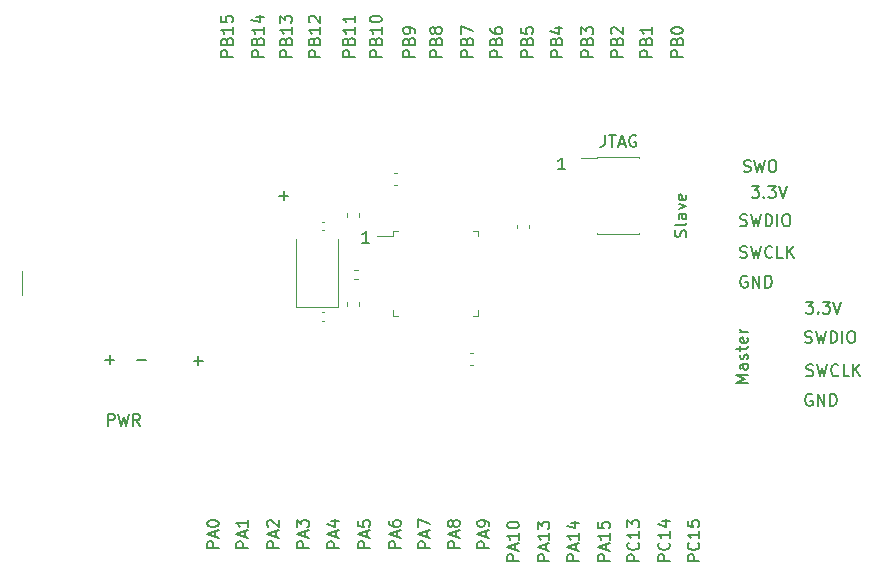
<source format=gbr>
%TF.GenerationSoftware,KiCad,Pcbnew,7.0.7-7.0.7~ubuntu22.04.1*%
%TF.CreationDate,2023-09-19T15:28:46+02:00*%
%TF.ProjectId,kicad103,6b696361-6431-4303-932e-6b696361645f,rev?*%
%TF.SameCoordinates,Original*%
%TF.FileFunction,Legend,Top*%
%TF.FilePolarity,Positive*%
%FSLAX46Y46*%
G04 Gerber Fmt 4.6, Leading zero omitted, Abs format (unit mm)*
G04 Created by KiCad (PCBNEW 7.0.7-7.0.7~ubuntu22.04.1) date 2023-09-19 15:28:46*
%MOMM*%
%LPD*%
G01*
G04 APERTURE LIST*
%ADD10C,0.200000*%
%ADD11C,0.120000*%
%ADD12C,0.100000*%
G04 APERTURE END LIST*
D10*
X104867219Y-92530326D02*
X103867219Y-92530326D01*
X103867219Y-92530326D02*
X103867219Y-92149374D01*
X103867219Y-92149374D02*
X103914838Y-92054136D01*
X103914838Y-92054136D02*
X103962457Y-92006517D01*
X103962457Y-92006517D02*
X104057695Y-91958898D01*
X104057695Y-91958898D02*
X104200552Y-91958898D01*
X104200552Y-91958898D02*
X104295790Y-92006517D01*
X104295790Y-92006517D02*
X104343409Y-92054136D01*
X104343409Y-92054136D02*
X104391028Y-92149374D01*
X104391028Y-92149374D02*
X104391028Y-92530326D01*
X104771980Y-90958898D02*
X104819600Y-91006517D01*
X104819600Y-91006517D02*
X104867219Y-91149374D01*
X104867219Y-91149374D02*
X104867219Y-91244612D01*
X104867219Y-91244612D02*
X104819600Y-91387469D01*
X104819600Y-91387469D02*
X104724361Y-91482707D01*
X104724361Y-91482707D02*
X104629123Y-91530326D01*
X104629123Y-91530326D02*
X104438647Y-91577945D01*
X104438647Y-91577945D02*
X104295790Y-91577945D01*
X104295790Y-91577945D02*
X104105314Y-91530326D01*
X104105314Y-91530326D02*
X104010076Y-91482707D01*
X104010076Y-91482707D02*
X103914838Y-91387469D01*
X103914838Y-91387469D02*
X103867219Y-91244612D01*
X103867219Y-91244612D02*
X103867219Y-91149374D01*
X103867219Y-91149374D02*
X103914838Y-91006517D01*
X103914838Y-91006517D02*
X103962457Y-90958898D01*
X104867219Y-90006517D02*
X104867219Y-90577945D01*
X104867219Y-90292231D02*
X103867219Y-90292231D01*
X103867219Y-90292231D02*
X104010076Y-90387469D01*
X104010076Y-90387469D02*
X104105314Y-90482707D01*
X104105314Y-90482707D02*
X104152933Y-90577945D01*
X104200552Y-89149374D02*
X104867219Y-89149374D01*
X103819600Y-89387469D02*
X104533885Y-89625564D01*
X104533885Y-89625564D02*
X104533885Y-89006517D01*
X95993482Y-59367219D02*
X95422054Y-59367219D01*
X95707768Y-59367219D02*
X95707768Y-58367219D01*
X95707768Y-58367219D02*
X95612530Y-58510076D01*
X95612530Y-58510076D02*
X95517292Y-58605314D01*
X95517292Y-58605314D02*
X95422054Y-58652933D01*
X116374435Y-70567219D02*
X116993482Y-70567219D01*
X116993482Y-70567219D02*
X116660149Y-70948171D01*
X116660149Y-70948171D02*
X116803006Y-70948171D01*
X116803006Y-70948171D02*
X116898244Y-70995790D01*
X116898244Y-70995790D02*
X116945863Y-71043409D01*
X116945863Y-71043409D02*
X116993482Y-71138647D01*
X116993482Y-71138647D02*
X116993482Y-71376742D01*
X116993482Y-71376742D02*
X116945863Y-71471980D01*
X116945863Y-71471980D02*
X116898244Y-71519600D01*
X116898244Y-71519600D02*
X116803006Y-71567219D01*
X116803006Y-71567219D02*
X116517292Y-71567219D01*
X116517292Y-71567219D02*
X116422054Y-71519600D01*
X116422054Y-71519600D02*
X116374435Y-71471980D01*
X117422054Y-71471980D02*
X117469673Y-71519600D01*
X117469673Y-71519600D02*
X117422054Y-71567219D01*
X117422054Y-71567219D02*
X117374435Y-71519600D01*
X117374435Y-71519600D02*
X117422054Y-71471980D01*
X117422054Y-71471980D02*
X117422054Y-71567219D01*
X117803006Y-70567219D02*
X118422053Y-70567219D01*
X118422053Y-70567219D02*
X118088720Y-70948171D01*
X118088720Y-70948171D02*
X118231577Y-70948171D01*
X118231577Y-70948171D02*
X118326815Y-70995790D01*
X118326815Y-70995790D02*
X118374434Y-71043409D01*
X118374434Y-71043409D02*
X118422053Y-71138647D01*
X118422053Y-71138647D02*
X118422053Y-71376742D01*
X118422053Y-71376742D02*
X118374434Y-71471980D01*
X118374434Y-71471980D02*
X118326815Y-71519600D01*
X118326815Y-71519600D02*
X118231577Y-71567219D01*
X118231577Y-71567219D02*
X117945863Y-71567219D01*
X117945863Y-71567219D02*
X117850625Y-71519600D01*
X117850625Y-71519600D02*
X117803006Y-71471980D01*
X118707768Y-70567219D02*
X119041101Y-71567219D01*
X119041101Y-71567219D02*
X119374434Y-70567219D01*
X70467219Y-49830326D02*
X69467219Y-49830326D01*
X69467219Y-49830326D02*
X69467219Y-49449374D01*
X69467219Y-49449374D02*
X69514838Y-49354136D01*
X69514838Y-49354136D02*
X69562457Y-49306517D01*
X69562457Y-49306517D02*
X69657695Y-49258898D01*
X69657695Y-49258898D02*
X69800552Y-49258898D01*
X69800552Y-49258898D02*
X69895790Y-49306517D01*
X69895790Y-49306517D02*
X69943409Y-49354136D01*
X69943409Y-49354136D02*
X69991028Y-49449374D01*
X69991028Y-49449374D02*
X69991028Y-49830326D01*
X69943409Y-48496993D02*
X69991028Y-48354136D01*
X69991028Y-48354136D02*
X70038647Y-48306517D01*
X70038647Y-48306517D02*
X70133885Y-48258898D01*
X70133885Y-48258898D02*
X70276742Y-48258898D01*
X70276742Y-48258898D02*
X70371980Y-48306517D01*
X70371980Y-48306517D02*
X70419600Y-48354136D01*
X70419600Y-48354136D02*
X70467219Y-48449374D01*
X70467219Y-48449374D02*
X70467219Y-48830326D01*
X70467219Y-48830326D02*
X69467219Y-48830326D01*
X69467219Y-48830326D02*
X69467219Y-48496993D01*
X69467219Y-48496993D02*
X69514838Y-48401755D01*
X69514838Y-48401755D02*
X69562457Y-48354136D01*
X69562457Y-48354136D02*
X69657695Y-48306517D01*
X69657695Y-48306517D02*
X69752933Y-48306517D01*
X69752933Y-48306517D02*
X69848171Y-48354136D01*
X69848171Y-48354136D02*
X69895790Y-48401755D01*
X69895790Y-48401755D02*
X69943409Y-48496993D01*
X69943409Y-48496993D02*
X69943409Y-48830326D01*
X70467219Y-47306517D02*
X70467219Y-47877945D01*
X70467219Y-47592231D02*
X69467219Y-47592231D01*
X69467219Y-47592231D02*
X69610076Y-47687469D01*
X69610076Y-47687469D02*
X69705314Y-47782707D01*
X69705314Y-47782707D02*
X69752933Y-47877945D01*
X69800552Y-46449374D02*
X70467219Y-46449374D01*
X69419600Y-46687469D02*
X70133885Y-46925564D01*
X70133885Y-46925564D02*
X70133885Y-46306517D01*
X94667219Y-92530326D02*
X93667219Y-92530326D01*
X93667219Y-92530326D02*
X93667219Y-92149374D01*
X93667219Y-92149374D02*
X93714838Y-92054136D01*
X93714838Y-92054136D02*
X93762457Y-92006517D01*
X93762457Y-92006517D02*
X93857695Y-91958898D01*
X93857695Y-91958898D02*
X94000552Y-91958898D01*
X94000552Y-91958898D02*
X94095790Y-92006517D01*
X94095790Y-92006517D02*
X94143409Y-92054136D01*
X94143409Y-92054136D02*
X94191028Y-92149374D01*
X94191028Y-92149374D02*
X94191028Y-92530326D01*
X94381504Y-91577945D02*
X94381504Y-91101755D01*
X94667219Y-91673183D02*
X93667219Y-91339850D01*
X93667219Y-91339850D02*
X94667219Y-91006517D01*
X94667219Y-90149374D02*
X94667219Y-90720802D01*
X94667219Y-90435088D02*
X93667219Y-90435088D01*
X93667219Y-90435088D02*
X93810076Y-90530326D01*
X93810076Y-90530326D02*
X93905314Y-90625564D01*
X93905314Y-90625564D02*
X93952933Y-90720802D01*
X93667219Y-89816040D02*
X93667219Y-89196993D01*
X93667219Y-89196993D02*
X94048171Y-89530326D01*
X94048171Y-89530326D02*
X94048171Y-89387469D01*
X94048171Y-89387469D02*
X94095790Y-89292231D01*
X94095790Y-89292231D02*
X94143409Y-89244612D01*
X94143409Y-89244612D02*
X94238647Y-89196993D01*
X94238647Y-89196993D02*
X94476742Y-89196993D01*
X94476742Y-89196993D02*
X94571980Y-89244612D01*
X94571980Y-89244612D02*
X94619600Y-89292231D01*
X94619600Y-89292231D02*
X94667219Y-89387469D01*
X94667219Y-89387469D02*
X94667219Y-89673183D01*
X94667219Y-89673183D02*
X94619600Y-89768421D01*
X94619600Y-89768421D02*
X94571980Y-89816040D01*
X69167219Y-91430326D02*
X68167219Y-91430326D01*
X68167219Y-91430326D02*
X68167219Y-91049374D01*
X68167219Y-91049374D02*
X68214838Y-90954136D01*
X68214838Y-90954136D02*
X68262457Y-90906517D01*
X68262457Y-90906517D02*
X68357695Y-90858898D01*
X68357695Y-90858898D02*
X68500552Y-90858898D01*
X68500552Y-90858898D02*
X68595790Y-90906517D01*
X68595790Y-90906517D02*
X68643409Y-90954136D01*
X68643409Y-90954136D02*
X68691028Y-91049374D01*
X68691028Y-91049374D02*
X68691028Y-91430326D01*
X68881504Y-90477945D02*
X68881504Y-90001755D01*
X69167219Y-90573183D02*
X68167219Y-90239850D01*
X68167219Y-90239850D02*
X69167219Y-89906517D01*
X69167219Y-89049374D02*
X69167219Y-89620802D01*
X69167219Y-89335088D02*
X68167219Y-89335088D01*
X68167219Y-89335088D02*
X68310076Y-89430326D01*
X68310076Y-89430326D02*
X68405314Y-89525564D01*
X68405314Y-89525564D02*
X68452933Y-89620802D01*
X99355387Y-56467219D02*
X99355387Y-57181504D01*
X99355387Y-57181504D02*
X99307768Y-57324361D01*
X99307768Y-57324361D02*
X99212530Y-57419600D01*
X99212530Y-57419600D02*
X99069673Y-57467219D01*
X99069673Y-57467219D02*
X98974435Y-57467219D01*
X99688721Y-56467219D02*
X100260149Y-56467219D01*
X99974435Y-57467219D02*
X99974435Y-56467219D01*
X100545864Y-57181504D02*
X101022054Y-57181504D01*
X100450626Y-57467219D02*
X100783959Y-56467219D01*
X100783959Y-56467219D02*
X101117292Y-57467219D01*
X101974435Y-56514838D02*
X101879197Y-56467219D01*
X101879197Y-56467219D02*
X101736340Y-56467219D01*
X101736340Y-56467219D02*
X101593483Y-56514838D01*
X101593483Y-56514838D02*
X101498245Y-56610076D01*
X101498245Y-56610076D02*
X101450626Y-56705314D01*
X101450626Y-56705314D02*
X101403007Y-56895790D01*
X101403007Y-56895790D02*
X101403007Y-57038647D01*
X101403007Y-57038647D02*
X101450626Y-57229123D01*
X101450626Y-57229123D02*
X101498245Y-57324361D01*
X101498245Y-57324361D02*
X101593483Y-57419600D01*
X101593483Y-57419600D02*
X101736340Y-57467219D01*
X101736340Y-57467219D02*
X101831578Y-57467219D01*
X101831578Y-57467219D02*
X101974435Y-57419600D01*
X101974435Y-57419600D02*
X102022054Y-57371980D01*
X102022054Y-57371980D02*
X102022054Y-57038647D01*
X102022054Y-57038647D02*
X101831578Y-57038647D01*
X79467219Y-91430326D02*
X78467219Y-91430326D01*
X78467219Y-91430326D02*
X78467219Y-91049374D01*
X78467219Y-91049374D02*
X78514838Y-90954136D01*
X78514838Y-90954136D02*
X78562457Y-90906517D01*
X78562457Y-90906517D02*
X78657695Y-90858898D01*
X78657695Y-90858898D02*
X78800552Y-90858898D01*
X78800552Y-90858898D02*
X78895790Y-90906517D01*
X78895790Y-90906517D02*
X78943409Y-90954136D01*
X78943409Y-90954136D02*
X78991028Y-91049374D01*
X78991028Y-91049374D02*
X78991028Y-91430326D01*
X79181504Y-90477945D02*
X79181504Y-90001755D01*
X79467219Y-90573183D02*
X78467219Y-90239850D01*
X78467219Y-90239850D02*
X79467219Y-89906517D01*
X78467219Y-89096993D02*
X78467219Y-89573183D01*
X78467219Y-89573183D02*
X78943409Y-89620802D01*
X78943409Y-89620802D02*
X78895790Y-89573183D01*
X78895790Y-89573183D02*
X78848171Y-89477945D01*
X78848171Y-89477945D02*
X78848171Y-89239850D01*
X78848171Y-89239850D02*
X78895790Y-89144612D01*
X78895790Y-89144612D02*
X78943409Y-89096993D01*
X78943409Y-89096993D02*
X79038647Y-89049374D01*
X79038647Y-89049374D02*
X79276742Y-89049374D01*
X79276742Y-89049374D02*
X79371980Y-89096993D01*
X79371980Y-89096993D02*
X79419600Y-89144612D01*
X79419600Y-89144612D02*
X79467219Y-89239850D01*
X79467219Y-89239850D02*
X79467219Y-89477945D01*
X79467219Y-89477945D02*
X79419600Y-89573183D01*
X79419600Y-89573183D02*
X79371980Y-89620802D01*
X111122054Y-59519600D02*
X111264911Y-59567219D01*
X111264911Y-59567219D02*
X111503006Y-59567219D01*
X111503006Y-59567219D02*
X111598244Y-59519600D01*
X111598244Y-59519600D02*
X111645863Y-59471980D01*
X111645863Y-59471980D02*
X111693482Y-59376742D01*
X111693482Y-59376742D02*
X111693482Y-59281504D01*
X111693482Y-59281504D02*
X111645863Y-59186266D01*
X111645863Y-59186266D02*
X111598244Y-59138647D01*
X111598244Y-59138647D02*
X111503006Y-59091028D01*
X111503006Y-59091028D02*
X111312530Y-59043409D01*
X111312530Y-59043409D02*
X111217292Y-58995790D01*
X111217292Y-58995790D02*
X111169673Y-58948171D01*
X111169673Y-58948171D02*
X111122054Y-58852933D01*
X111122054Y-58852933D02*
X111122054Y-58757695D01*
X111122054Y-58757695D02*
X111169673Y-58662457D01*
X111169673Y-58662457D02*
X111217292Y-58614838D01*
X111217292Y-58614838D02*
X111312530Y-58567219D01*
X111312530Y-58567219D02*
X111550625Y-58567219D01*
X111550625Y-58567219D02*
X111693482Y-58614838D01*
X112026816Y-58567219D02*
X112264911Y-59567219D01*
X112264911Y-59567219D02*
X112455387Y-58852933D01*
X112455387Y-58852933D02*
X112645863Y-59567219D01*
X112645863Y-59567219D02*
X112883959Y-58567219D01*
X113455387Y-58567219D02*
X113645863Y-58567219D01*
X113645863Y-58567219D02*
X113741101Y-58614838D01*
X113741101Y-58614838D02*
X113836339Y-58710076D01*
X113836339Y-58710076D02*
X113883958Y-58900552D01*
X113883958Y-58900552D02*
X113883958Y-59233885D01*
X113883958Y-59233885D02*
X113836339Y-59424361D01*
X113836339Y-59424361D02*
X113741101Y-59519600D01*
X113741101Y-59519600D02*
X113645863Y-59567219D01*
X113645863Y-59567219D02*
X113455387Y-59567219D01*
X113455387Y-59567219D02*
X113360149Y-59519600D01*
X113360149Y-59519600D02*
X113264911Y-59424361D01*
X113264911Y-59424361D02*
X113217292Y-59233885D01*
X113217292Y-59233885D02*
X113217292Y-58900552D01*
X113217292Y-58900552D02*
X113264911Y-58710076D01*
X113264911Y-58710076D02*
X113360149Y-58614838D01*
X113360149Y-58614838D02*
X113455387Y-58567219D01*
X71767219Y-91430326D02*
X70767219Y-91430326D01*
X70767219Y-91430326D02*
X70767219Y-91049374D01*
X70767219Y-91049374D02*
X70814838Y-90954136D01*
X70814838Y-90954136D02*
X70862457Y-90906517D01*
X70862457Y-90906517D02*
X70957695Y-90858898D01*
X70957695Y-90858898D02*
X71100552Y-90858898D01*
X71100552Y-90858898D02*
X71195790Y-90906517D01*
X71195790Y-90906517D02*
X71243409Y-90954136D01*
X71243409Y-90954136D02*
X71291028Y-91049374D01*
X71291028Y-91049374D02*
X71291028Y-91430326D01*
X71481504Y-90477945D02*
X71481504Y-90001755D01*
X71767219Y-90573183D02*
X70767219Y-90239850D01*
X70767219Y-90239850D02*
X71767219Y-89906517D01*
X70862457Y-89620802D02*
X70814838Y-89573183D01*
X70814838Y-89573183D02*
X70767219Y-89477945D01*
X70767219Y-89477945D02*
X70767219Y-89239850D01*
X70767219Y-89239850D02*
X70814838Y-89144612D01*
X70814838Y-89144612D02*
X70862457Y-89096993D01*
X70862457Y-89096993D02*
X70957695Y-89049374D01*
X70957695Y-89049374D02*
X71052933Y-89049374D01*
X71052933Y-89049374D02*
X71195790Y-89096993D01*
X71195790Y-89096993D02*
X71767219Y-89668421D01*
X71767219Y-89668421D02*
X71767219Y-89049374D01*
X110822054Y-64119600D02*
X110964911Y-64167219D01*
X110964911Y-64167219D02*
X111203006Y-64167219D01*
X111203006Y-64167219D02*
X111298244Y-64119600D01*
X111298244Y-64119600D02*
X111345863Y-64071980D01*
X111345863Y-64071980D02*
X111393482Y-63976742D01*
X111393482Y-63976742D02*
X111393482Y-63881504D01*
X111393482Y-63881504D02*
X111345863Y-63786266D01*
X111345863Y-63786266D02*
X111298244Y-63738647D01*
X111298244Y-63738647D02*
X111203006Y-63691028D01*
X111203006Y-63691028D02*
X111012530Y-63643409D01*
X111012530Y-63643409D02*
X110917292Y-63595790D01*
X110917292Y-63595790D02*
X110869673Y-63548171D01*
X110869673Y-63548171D02*
X110822054Y-63452933D01*
X110822054Y-63452933D02*
X110822054Y-63357695D01*
X110822054Y-63357695D02*
X110869673Y-63262457D01*
X110869673Y-63262457D02*
X110917292Y-63214838D01*
X110917292Y-63214838D02*
X111012530Y-63167219D01*
X111012530Y-63167219D02*
X111250625Y-63167219D01*
X111250625Y-63167219D02*
X111393482Y-63214838D01*
X111726816Y-63167219D02*
X111964911Y-64167219D01*
X111964911Y-64167219D02*
X112155387Y-63452933D01*
X112155387Y-63452933D02*
X112345863Y-64167219D01*
X112345863Y-64167219D02*
X112583959Y-63167219D01*
X112964911Y-64167219D02*
X112964911Y-63167219D01*
X112964911Y-63167219D02*
X113203006Y-63167219D01*
X113203006Y-63167219D02*
X113345863Y-63214838D01*
X113345863Y-63214838D02*
X113441101Y-63310076D01*
X113441101Y-63310076D02*
X113488720Y-63405314D01*
X113488720Y-63405314D02*
X113536339Y-63595790D01*
X113536339Y-63595790D02*
X113536339Y-63738647D01*
X113536339Y-63738647D02*
X113488720Y-63929123D01*
X113488720Y-63929123D02*
X113441101Y-64024361D01*
X113441101Y-64024361D02*
X113345863Y-64119600D01*
X113345863Y-64119600D02*
X113203006Y-64167219D01*
X113203006Y-64167219D02*
X112964911Y-64167219D01*
X113964911Y-64167219D02*
X113964911Y-63167219D01*
X114631577Y-63167219D02*
X114822053Y-63167219D01*
X114822053Y-63167219D02*
X114917291Y-63214838D01*
X114917291Y-63214838D02*
X115012529Y-63310076D01*
X115012529Y-63310076D02*
X115060148Y-63500552D01*
X115060148Y-63500552D02*
X115060148Y-63833885D01*
X115060148Y-63833885D02*
X115012529Y-64024361D01*
X115012529Y-64024361D02*
X114917291Y-64119600D01*
X114917291Y-64119600D02*
X114822053Y-64167219D01*
X114822053Y-64167219D02*
X114631577Y-64167219D01*
X114631577Y-64167219D02*
X114536339Y-64119600D01*
X114536339Y-64119600D02*
X114441101Y-64024361D01*
X114441101Y-64024361D02*
X114393482Y-63833885D01*
X114393482Y-63833885D02*
X114393482Y-63500552D01*
X114393482Y-63500552D02*
X114441101Y-63310076D01*
X114441101Y-63310076D02*
X114536339Y-63214838D01*
X114536339Y-63214838D02*
X114631577Y-63167219D01*
X107367219Y-92530326D02*
X106367219Y-92530326D01*
X106367219Y-92530326D02*
X106367219Y-92149374D01*
X106367219Y-92149374D02*
X106414838Y-92054136D01*
X106414838Y-92054136D02*
X106462457Y-92006517D01*
X106462457Y-92006517D02*
X106557695Y-91958898D01*
X106557695Y-91958898D02*
X106700552Y-91958898D01*
X106700552Y-91958898D02*
X106795790Y-92006517D01*
X106795790Y-92006517D02*
X106843409Y-92054136D01*
X106843409Y-92054136D02*
X106891028Y-92149374D01*
X106891028Y-92149374D02*
X106891028Y-92530326D01*
X107271980Y-90958898D02*
X107319600Y-91006517D01*
X107319600Y-91006517D02*
X107367219Y-91149374D01*
X107367219Y-91149374D02*
X107367219Y-91244612D01*
X107367219Y-91244612D02*
X107319600Y-91387469D01*
X107319600Y-91387469D02*
X107224361Y-91482707D01*
X107224361Y-91482707D02*
X107129123Y-91530326D01*
X107129123Y-91530326D02*
X106938647Y-91577945D01*
X106938647Y-91577945D02*
X106795790Y-91577945D01*
X106795790Y-91577945D02*
X106605314Y-91530326D01*
X106605314Y-91530326D02*
X106510076Y-91482707D01*
X106510076Y-91482707D02*
X106414838Y-91387469D01*
X106414838Y-91387469D02*
X106367219Y-91244612D01*
X106367219Y-91244612D02*
X106367219Y-91149374D01*
X106367219Y-91149374D02*
X106414838Y-91006517D01*
X106414838Y-91006517D02*
X106462457Y-90958898D01*
X107367219Y-90006517D02*
X107367219Y-90577945D01*
X107367219Y-90292231D02*
X106367219Y-90292231D01*
X106367219Y-90292231D02*
X106510076Y-90387469D01*
X106510076Y-90387469D02*
X106605314Y-90482707D01*
X106605314Y-90482707D02*
X106652933Y-90577945D01*
X106367219Y-89101755D02*
X106367219Y-89577945D01*
X106367219Y-89577945D02*
X106843409Y-89625564D01*
X106843409Y-89625564D02*
X106795790Y-89577945D01*
X106795790Y-89577945D02*
X106748171Y-89482707D01*
X106748171Y-89482707D02*
X106748171Y-89244612D01*
X106748171Y-89244612D02*
X106795790Y-89149374D01*
X106795790Y-89149374D02*
X106843409Y-89101755D01*
X106843409Y-89101755D02*
X106938647Y-89054136D01*
X106938647Y-89054136D02*
X107176742Y-89054136D01*
X107176742Y-89054136D02*
X107271980Y-89101755D01*
X107271980Y-89101755D02*
X107319600Y-89149374D01*
X107319600Y-89149374D02*
X107367219Y-89244612D01*
X107367219Y-89244612D02*
X107367219Y-89482707D01*
X107367219Y-89482707D02*
X107319600Y-89577945D01*
X107319600Y-89577945D02*
X107271980Y-89625564D01*
X99767219Y-92530326D02*
X98767219Y-92530326D01*
X98767219Y-92530326D02*
X98767219Y-92149374D01*
X98767219Y-92149374D02*
X98814838Y-92054136D01*
X98814838Y-92054136D02*
X98862457Y-92006517D01*
X98862457Y-92006517D02*
X98957695Y-91958898D01*
X98957695Y-91958898D02*
X99100552Y-91958898D01*
X99100552Y-91958898D02*
X99195790Y-92006517D01*
X99195790Y-92006517D02*
X99243409Y-92054136D01*
X99243409Y-92054136D02*
X99291028Y-92149374D01*
X99291028Y-92149374D02*
X99291028Y-92530326D01*
X99481504Y-91577945D02*
X99481504Y-91101755D01*
X99767219Y-91673183D02*
X98767219Y-91339850D01*
X98767219Y-91339850D02*
X99767219Y-91006517D01*
X99767219Y-90149374D02*
X99767219Y-90720802D01*
X99767219Y-90435088D02*
X98767219Y-90435088D01*
X98767219Y-90435088D02*
X98910076Y-90530326D01*
X98910076Y-90530326D02*
X99005314Y-90625564D01*
X99005314Y-90625564D02*
X99052933Y-90720802D01*
X98767219Y-89244612D02*
X98767219Y-89720802D01*
X98767219Y-89720802D02*
X99243409Y-89768421D01*
X99243409Y-89768421D02*
X99195790Y-89720802D01*
X99195790Y-89720802D02*
X99148171Y-89625564D01*
X99148171Y-89625564D02*
X99148171Y-89387469D01*
X99148171Y-89387469D02*
X99195790Y-89292231D01*
X99195790Y-89292231D02*
X99243409Y-89244612D01*
X99243409Y-89244612D02*
X99338647Y-89196993D01*
X99338647Y-89196993D02*
X99576742Y-89196993D01*
X99576742Y-89196993D02*
X99671980Y-89244612D01*
X99671980Y-89244612D02*
X99719600Y-89292231D01*
X99719600Y-89292231D02*
X99767219Y-89387469D01*
X99767219Y-89387469D02*
X99767219Y-89625564D01*
X99767219Y-89625564D02*
X99719600Y-89720802D01*
X99719600Y-89720802D02*
X99671980Y-89768421D01*
X87067219Y-91430326D02*
X86067219Y-91430326D01*
X86067219Y-91430326D02*
X86067219Y-91049374D01*
X86067219Y-91049374D02*
X86114838Y-90954136D01*
X86114838Y-90954136D02*
X86162457Y-90906517D01*
X86162457Y-90906517D02*
X86257695Y-90858898D01*
X86257695Y-90858898D02*
X86400552Y-90858898D01*
X86400552Y-90858898D02*
X86495790Y-90906517D01*
X86495790Y-90906517D02*
X86543409Y-90954136D01*
X86543409Y-90954136D02*
X86591028Y-91049374D01*
X86591028Y-91049374D02*
X86591028Y-91430326D01*
X86781504Y-90477945D02*
X86781504Y-90001755D01*
X87067219Y-90573183D02*
X86067219Y-90239850D01*
X86067219Y-90239850D02*
X87067219Y-89906517D01*
X86495790Y-89430326D02*
X86448171Y-89525564D01*
X86448171Y-89525564D02*
X86400552Y-89573183D01*
X86400552Y-89573183D02*
X86305314Y-89620802D01*
X86305314Y-89620802D02*
X86257695Y-89620802D01*
X86257695Y-89620802D02*
X86162457Y-89573183D01*
X86162457Y-89573183D02*
X86114838Y-89525564D01*
X86114838Y-89525564D02*
X86067219Y-89430326D01*
X86067219Y-89430326D02*
X86067219Y-89239850D01*
X86067219Y-89239850D02*
X86114838Y-89144612D01*
X86114838Y-89144612D02*
X86162457Y-89096993D01*
X86162457Y-89096993D02*
X86257695Y-89049374D01*
X86257695Y-89049374D02*
X86305314Y-89049374D01*
X86305314Y-89049374D02*
X86400552Y-89096993D01*
X86400552Y-89096993D02*
X86448171Y-89144612D01*
X86448171Y-89144612D02*
X86495790Y-89239850D01*
X86495790Y-89239850D02*
X86495790Y-89430326D01*
X86495790Y-89430326D02*
X86543409Y-89525564D01*
X86543409Y-89525564D02*
X86591028Y-89573183D01*
X86591028Y-89573183D02*
X86686266Y-89620802D01*
X86686266Y-89620802D02*
X86876742Y-89620802D01*
X86876742Y-89620802D02*
X86971980Y-89573183D01*
X86971980Y-89573183D02*
X87019600Y-89525564D01*
X87019600Y-89525564D02*
X87067219Y-89430326D01*
X87067219Y-89430326D02*
X87067219Y-89239850D01*
X87067219Y-89239850D02*
X87019600Y-89144612D01*
X87019600Y-89144612D02*
X86971980Y-89096993D01*
X86971980Y-89096993D02*
X86876742Y-89049374D01*
X86876742Y-89049374D02*
X86686266Y-89049374D01*
X86686266Y-89049374D02*
X86591028Y-89096993D01*
X86591028Y-89096993D02*
X86543409Y-89144612D01*
X86543409Y-89144612D02*
X86495790Y-89239850D01*
X80467219Y-49830326D02*
X79467219Y-49830326D01*
X79467219Y-49830326D02*
X79467219Y-49449374D01*
X79467219Y-49449374D02*
X79514838Y-49354136D01*
X79514838Y-49354136D02*
X79562457Y-49306517D01*
X79562457Y-49306517D02*
X79657695Y-49258898D01*
X79657695Y-49258898D02*
X79800552Y-49258898D01*
X79800552Y-49258898D02*
X79895790Y-49306517D01*
X79895790Y-49306517D02*
X79943409Y-49354136D01*
X79943409Y-49354136D02*
X79991028Y-49449374D01*
X79991028Y-49449374D02*
X79991028Y-49830326D01*
X79943409Y-48496993D02*
X79991028Y-48354136D01*
X79991028Y-48354136D02*
X80038647Y-48306517D01*
X80038647Y-48306517D02*
X80133885Y-48258898D01*
X80133885Y-48258898D02*
X80276742Y-48258898D01*
X80276742Y-48258898D02*
X80371980Y-48306517D01*
X80371980Y-48306517D02*
X80419600Y-48354136D01*
X80419600Y-48354136D02*
X80467219Y-48449374D01*
X80467219Y-48449374D02*
X80467219Y-48830326D01*
X80467219Y-48830326D02*
X79467219Y-48830326D01*
X79467219Y-48830326D02*
X79467219Y-48496993D01*
X79467219Y-48496993D02*
X79514838Y-48401755D01*
X79514838Y-48401755D02*
X79562457Y-48354136D01*
X79562457Y-48354136D02*
X79657695Y-48306517D01*
X79657695Y-48306517D02*
X79752933Y-48306517D01*
X79752933Y-48306517D02*
X79848171Y-48354136D01*
X79848171Y-48354136D02*
X79895790Y-48401755D01*
X79895790Y-48401755D02*
X79943409Y-48496993D01*
X79943409Y-48496993D02*
X79943409Y-48830326D01*
X80467219Y-47306517D02*
X80467219Y-47877945D01*
X80467219Y-47592231D02*
X79467219Y-47592231D01*
X79467219Y-47592231D02*
X79610076Y-47687469D01*
X79610076Y-47687469D02*
X79705314Y-47782707D01*
X79705314Y-47782707D02*
X79752933Y-47877945D01*
X79467219Y-46687469D02*
X79467219Y-46592231D01*
X79467219Y-46592231D02*
X79514838Y-46496993D01*
X79514838Y-46496993D02*
X79562457Y-46449374D01*
X79562457Y-46449374D02*
X79657695Y-46401755D01*
X79657695Y-46401755D02*
X79848171Y-46354136D01*
X79848171Y-46354136D02*
X80086266Y-46354136D01*
X80086266Y-46354136D02*
X80276742Y-46401755D01*
X80276742Y-46401755D02*
X80371980Y-46449374D01*
X80371980Y-46449374D02*
X80419600Y-46496993D01*
X80419600Y-46496993D02*
X80467219Y-46592231D01*
X80467219Y-46592231D02*
X80467219Y-46687469D01*
X80467219Y-46687469D02*
X80419600Y-46782707D01*
X80419600Y-46782707D02*
X80371980Y-46830326D01*
X80371980Y-46830326D02*
X80276742Y-46877945D01*
X80276742Y-46877945D02*
X80086266Y-46925564D01*
X80086266Y-46925564D02*
X79848171Y-46925564D01*
X79848171Y-46925564D02*
X79657695Y-46877945D01*
X79657695Y-46877945D02*
X79562457Y-46830326D01*
X79562457Y-46830326D02*
X79514838Y-46782707D01*
X79514838Y-46782707D02*
X79467219Y-46687469D01*
X110822054Y-66819600D02*
X110964911Y-66867219D01*
X110964911Y-66867219D02*
X111203006Y-66867219D01*
X111203006Y-66867219D02*
X111298244Y-66819600D01*
X111298244Y-66819600D02*
X111345863Y-66771980D01*
X111345863Y-66771980D02*
X111393482Y-66676742D01*
X111393482Y-66676742D02*
X111393482Y-66581504D01*
X111393482Y-66581504D02*
X111345863Y-66486266D01*
X111345863Y-66486266D02*
X111298244Y-66438647D01*
X111298244Y-66438647D02*
X111203006Y-66391028D01*
X111203006Y-66391028D02*
X111012530Y-66343409D01*
X111012530Y-66343409D02*
X110917292Y-66295790D01*
X110917292Y-66295790D02*
X110869673Y-66248171D01*
X110869673Y-66248171D02*
X110822054Y-66152933D01*
X110822054Y-66152933D02*
X110822054Y-66057695D01*
X110822054Y-66057695D02*
X110869673Y-65962457D01*
X110869673Y-65962457D02*
X110917292Y-65914838D01*
X110917292Y-65914838D02*
X111012530Y-65867219D01*
X111012530Y-65867219D02*
X111250625Y-65867219D01*
X111250625Y-65867219D02*
X111393482Y-65914838D01*
X111726816Y-65867219D02*
X111964911Y-66867219D01*
X111964911Y-66867219D02*
X112155387Y-66152933D01*
X112155387Y-66152933D02*
X112345863Y-66867219D01*
X112345863Y-66867219D02*
X112583959Y-65867219D01*
X113536339Y-66771980D02*
X113488720Y-66819600D01*
X113488720Y-66819600D02*
X113345863Y-66867219D01*
X113345863Y-66867219D02*
X113250625Y-66867219D01*
X113250625Y-66867219D02*
X113107768Y-66819600D01*
X113107768Y-66819600D02*
X113012530Y-66724361D01*
X113012530Y-66724361D02*
X112964911Y-66629123D01*
X112964911Y-66629123D02*
X112917292Y-66438647D01*
X112917292Y-66438647D02*
X112917292Y-66295790D01*
X112917292Y-66295790D02*
X112964911Y-66105314D01*
X112964911Y-66105314D02*
X113012530Y-66010076D01*
X113012530Y-66010076D02*
X113107768Y-65914838D01*
X113107768Y-65914838D02*
X113250625Y-65867219D01*
X113250625Y-65867219D02*
X113345863Y-65867219D01*
X113345863Y-65867219D02*
X113488720Y-65914838D01*
X113488720Y-65914838D02*
X113536339Y-65962457D01*
X114441101Y-66867219D02*
X113964911Y-66867219D01*
X113964911Y-66867219D02*
X113964911Y-65867219D01*
X114774435Y-66867219D02*
X114774435Y-65867219D01*
X115345863Y-66867219D02*
X114917292Y-66295790D01*
X115345863Y-65867219D02*
X114774435Y-66438647D01*
X90667219Y-49830326D02*
X89667219Y-49830326D01*
X89667219Y-49830326D02*
X89667219Y-49449374D01*
X89667219Y-49449374D02*
X89714838Y-49354136D01*
X89714838Y-49354136D02*
X89762457Y-49306517D01*
X89762457Y-49306517D02*
X89857695Y-49258898D01*
X89857695Y-49258898D02*
X90000552Y-49258898D01*
X90000552Y-49258898D02*
X90095790Y-49306517D01*
X90095790Y-49306517D02*
X90143409Y-49354136D01*
X90143409Y-49354136D02*
X90191028Y-49449374D01*
X90191028Y-49449374D02*
X90191028Y-49830326D01*
X90143409Y-48496993D02*
X90191028Y-48354136D01*
X90191028Y-48354136D02*
X90238647Y-48306517D01*
X90238647Y-48306517D02*
X90333885Y-48258898D01*
X90333885Y-48258898D02*
X90476742Y-48258898D01*
X90476742Y-48258898D02*
X90571980Y-48306517D01*
X90571980Y-48306517D02*
X90619600Y-48354136D01*
X90619600Y-48354136D02*
X90667219Y-48449374D01*
X90667219Y-48449374D02*
X90667219Y-48830326D01*
X90667219Y-48830326D02*
X89667219Y-48830326D01*
X89667219Y-48830326D02*
X89667219Y-48496993D01*
X89667219Y-48496993D02*
X89714838Y-48401755D01*
X89714838Y-48401755D02*
X89762457Y-48354136D01*
X89762457Y-48354136D02*
X89857695Y-48306517D01*
X89857695Y-48306517D02*
X89952933Y-48306517D01*
X89952933Y-48306517D02*
X90048171Y-48354136D01*
X90048171Y-48354136D02*
X90095790Y-48401755D01*
X90095790Y-48401755D02*
X90143409Y-48496993D01*
X90143409Y-48496993D02*
X90143409Y-48830326D01*
X89667219Y-47401755D02*
X89667219Y-47592231D01*
X89667219Y-47592231D02*
X89714838Y-47687469D01*
X89714838Y-47687469D02*
X89762457Y-47735088D01*
X89762457Y-47735088D02*
X89905314Y-47830326D01*
X89905314Y-47830326D02*
X90095790Y-47877945D01*
X90095790Y-47877945D02*
X90476742Y-47877945D01*
X90476742Y-47877945D02*
X90571980Y-47830326D01*
X90571980Y-47830326D02*
X90619600Y-47782707D01*
X90619600Y-47782707D02*
X90667219Y-47687469D01*
X90667219Y-47687469D02*
X90667219Y-47496993D01*
X90667219Y-47496993D02*
X90619600Y-47401755D01*
X90619600Y-47401755D02*
X90571980Y-47354136D01*
X90571980Y-47354136D02*
X90476742Y-47306517D01*
X90476742Y-47306517D02*
X90238647Y-47306517D01*
X90238647Y-47306517D02*
X90143409Y-47354136D01*
X90143409Y-47354136D02*
X90095790Y-47401755D01*
X90095790Y-47401755D02*
X90048171Y-47496993D01*
X90048171Y-47496993D02*
X90048171Y-47687469D01*
X90048171Y-47687469D02*
X90095790Y-47782707D01*
X90095790Y-47782707D02*
X90143409Y-47830326D01*
X90143409Y-47830326D02*
X90238647Y-47877945D01*
X66667219Y-91430326D02*
X65667219Y-91430326D01*
X65667219Y-91430326D02*
X65667219Y-91049374D01*
X65667219Y-91049374D02*
X65714838Y-90954136D01*
X65714838Y-90954136D02*
X65762457Y-90906517D01*
X65762457Y-90906517D02*
X65857695Y-90858898D01*
X65857695Y-90858898D02*
X66000552Y-90858898D01*
X66000552Y-90858898D02*
X66095790Y-90906517D01*
X66095790Y-90906517D02*
X66143409Y-90954136D01*
X66143409Y-90954136D02*
X66191028Y-91049374D01*
X66191028Y-91049374D02*
X66191028Y-91430326D01*
X66381504Y-90477945D02*
X66381504Y-90001755D01*
X66667219Y-90573183D02*
X65667219Y-90239850D01*
X65667219Y-90239850D02*
X66667219Y-89906517D01*
X65667219Y-89382707D02*
X65667219Y-89287469D01*
X65667219Y-89287469D02*
X65714838Y-89192231D01*
X65714838Y-89192231D02*
X65762457Y-89144612D01*
X65762457Y-89144612D02*
X65857695Y-89096993D01*
X65857695Y-89096993D02*
X66048171Y-89049374D01*
X66048171Y-89049374D02*
X66286266Y-89049374D01*
X66286266Y-89049374D02*
X66476742Y-89096993D01*
X66476742Y-89096993D02*
X66571980Y-89144612D01*
X66571980Y-89144612D02*
X66619600Y-89192231D01*
X66619600Y-89192231D02*
X66667219Y-89287469D01*
X66667219Y-89287469D02*
X66667219Y-89382707D01*
X66667219Y-89382707D02*
X66619600Y-89477945D01*
X66619600Y-89477945D02*
X66571980Y-89525564D01*
X66571980Y-89525564D02*
X66476742Y-89573183D01*
X66476742Y-89573183D02*
X66286266Y-89620802D01*
X66286266Y-89620802D02*
X66048171Y-89620802D01*
X66048171Y-89620802D02*
X65857695Y-89573183D01*
X65857695Y-89573183D02*
X65762457Y-89525564D01*
X65762457Y-89525564D02*
X65714838Y-89477945D01*
X65714838Y-89477945D02*
X65667219Y-89382707D01*
X88167219Y-49830326D02*
X87167219Y-49830326D01*
X87167219Y-49830326D02*
X87167219Y-49449374D01*
X87167219Y-49449374D02*
X87214838Y-49354136D01*
X87214838Y-49354136D02*
X87262457Y-49306517D01*
X87262457Y-49306517D02*
X87357695Y-49258898D01*
X87357695Y-49258898D02*
X87500552Y-49258898D01*
X87500552Y-49258898D02*
X87595790Y-49306517D01*
X87595790Y-49306517D02*
X87643409Y-49354136D01*
X87643409Y-49354136D02*
X87691028Y-49449374D01*
X87691028Y-49449374D02*
X87691028Y-49830326D01*
X87643409Y-48496993D02*
X87691028Y-48354136D01*
X87691028Y-48354136D02*
X87738647Y-48306517D01*
X87738647Y-48306517D02*
X87833885Y-48258898D01*
X87833885Y-48258898D02*
X87976742Y-48258898D01*
X87976742Y-48258898D02*
X88071980Y-48306517D01*
X88071980Y-48306517D02*
X88119600Y-48354136D01*
X88119600Y-48354136D02*
X88167219Y-48449374D01*
X88167219Y-48449374D02*
X88167219Y-48830326D01*
X88167219Y-48830326D02*
X87167219Y-48830326D01*
X87167219Y-48830326D02*
X87167219Y-48496993D01*
X87167219Y-48496993D02*
X87214838Y-48401755D01*
X87214838Y-48401755D02*
X87262457Y-48354136D01*
X87262457Y-48354136D02*
X87357695Y-48306517D01*
X87357695Y-48306517D02*
X87452933Y-48306517D01*
X87452933Y-48306517D02*
X87548171Y-48354136D01*
X87548171Y-48354136D02*
X87595790Y-48401755D01*
X87595790Y-48401755D02*
X87643409Y-48496993D01*
X87643409Y-48496993D02*
X87643409Y-48830326D01*
X87167219Y-47925564D02*
X87167219Y-47258898D01*
X87167219Y-47258898D02*
X88167219Y-47687469D01*
X79393482Y-65567219D02*
X78822054Y-65567219D01*
X79107768Y-65567219D02*
X79107768Y-64567219D01*
X79107768Y-64567219D02*
X79012530Y-64710076D01*
X79012530Y-64710076D02*
X78917292Y-64805314D01*
X78917292Y-64805314D02*
X78822054Y-64852933D01*
X76867219Y-91430326D02*
X75867219Y-91430326D01*
X75867219Y-91430326D02*
X75867219Y-91049374D01*
X75867219Y-91049374D02*
X75914838Y-90954136D01*
X75914838Y-90954136D02*
X75962457Y-90906517D01*
X75962457Y-90906517D02*
X76057695Y-90858898D01*
X76057695Y-90858898D02*
X76200552Y-90858898D01*
X76200552Y-90858898D02*
X76295790Y-90906517D01*
X76295790Y-90906517D02*
X76343409Y-90954136D01*
X76343409Y-90954136D02*
X76391028Y-91049374D01*
X76391028Y-91049374D02*
X76391028Y-91430326D01*
X76581504Y-90477945D02*
X76581504Y-90001755D01*
X76867219Y-90573183D02*
X75867219Y-90239850D01*
X75867219Y-90239850D02*
X76867219Y-89906517D01*
X76200552Y-89144612D02*
X76867219Y-89144612D01*
X75819600Y-89382707D02*
X76533885Y-89620802D01*
X76533885Y-89620802D02*
X76533885Y-89001755D01*
X92067219Y-92530326D02*
X91067219Y-92530326D01*
X91067219Y-92530326D02*
X91067219Y-92149374D01*
X91067219Y-92149374D02*
X91114838Y-92054136D01*
X91114838Y-92054136D02*
X91162457Y-92006517D01*
X91162457Y-92006517D02*
X91257695Y-91958898D01*
X91257695Y-91958898D02*
X91400552Y-91958898D01*
X91400552Y-91958898D02*
X91495790Y-92006517D01*
X91495790Y-92006517D02*
X91543409Y-92054136D01*
X91543409Y-92054136D02*
X91591028Y-92149374D01*
X91591028Y-92149374D02*
X91591028Y-92530326D01*
X91781504Y-91577945D02*
X91781504Y-91101755D01*
X92067219Y-91673183D02*
X91067219Y-91339850D01*
X91067219Y-91339850D02*
X92067219Y-91006517D01*
X92067219Y-90149374D02*
X92067219Y-90720802D01*
X92067219Y-90435088D02*
X91067219Y-90435088D01*
X91067219Y-90435088D02*
X91210076Y-90530326D01*
X91210076Y-90530326D02*
X91305314Y-90625564D01*
X91305314Y-90625564D02*
X91352933Y-90720802D01*
X91067219Y-89530326D02*
X91067219Y-89435088D01*
X91067219Y-89435088D02*
X91114838Y-89339850D01*
X91114838Y-89339850D02*
X91162457Y-89292231D01*
X91162457Y-89292231D02*
X91257695Y-89244612D01*
X91257695Y-89244612D02*
X91448171Y-89196993D01*
X91448171Y-89196993D02*
X91686266Y-89196993D01*
X91686266Y-89196993D02*
X91876742Y-89244612D01*
X91876742Y-89244612D02*
X91971980Y-89292231D01*
X91971980Y-89292231D02*
X92019600Y-89339850D01*
X92019600Y-89339850D02*
X92067219Y-89435088D01*
X92067219Y-89435088D02*
X92067219Y-89530326D01*
X92067219Y-89530326D02*
X92019600Y-89625564D01*
X92019600Y-89625564D02*
X91971980Y-89673183D01*
X91971980Y-89673183D02*
X91876742Y-89720802D01*
X91876742Y-89720802D02*
X91686266Y-89768421D01*
X91686266Y-89768421D02*
X91448171Y-89768421D01*
X91448171Y-89768421D02*
X91257695Y-89720802D01*
X91257695Y-89720802D02*
X91162457Y-89673183D01*
X91162457Y-89673183D02*
X91114838Y-89625564D01*
X91114838Y-89625564D02*
X91067219Y-89530326D01*
X116893482Y-78414838D02*
X116798244Y-78367219D01*
X116798244Y-78367219D02*
X116655387Y-78367219D01*
X116655387Y-78367219D02*
X116512530Y-78414838D01*
X116512530Y-78414838D02*
X116417292Y-78510076D01*
X116417292Y-78510076D02*
X116369673Y-78605314D01*
X116369673Y-78605314D02*
X116322054Y-78795790D01*
X116322054Y-78795790D02*
X116322054Y-78938647D01*
X116322054Y-78938647D02*
X116369673Y-79129123D01*
X116369673Y-79129123D02*
X116417292Y-79224361D01*
X116417292Y-79224361D02*
X116512530Y-79319600D01*
X116512530Y-79319600D02*
X116655387Y-79367219D01*
X116655387Y-79367219D02*
X116750625Y-79367219D01*
X116750625Y-79367219D02*
X116893482Y-79319600D01*
X116893482Y-79319600D02*
X116941101Y-79271980D01*
X116941101Y-79271980D02*
X116941101Y-78938647D01*
X116941101Y-78938647D02*
X116750625Y-78938647D01*
X117369673Y-79367219D02*
X117369673Y-78367219D01*
X117369673Y-78367219D02*
X117941101Y-79367219D01*
X117941101Y-79367219D02*
X117941101Y-78367219D01*
X118417292Y-79367219D02*
X118417292Y-78367219D01*
X118417292Y-78367219D02*
X118655387Y-78367219D01*
X118655387Y-78367219D02*
X118798244Y-78414838D01*
X118798244Y-78414838D02*
X118893482Y-78510076D01*
X118893482Y-78510076D02*
X118941101Y-78605314D01*
X118941101Y-78605314D02*
X118988720Y-78795790D01*
X118988720Y-78795790D02*
X118988720Y-78938647D01*
X118988720Y-78938647D02*
X118941101Y-79129123D01*
X118941101Y-79129123D02*
X118893482Y-79224361D01*
X118893482Y-79224361D02*
X118798244Y-79319600D01*
X118798244Y-79319600D02*
X118655387Y-79367219D01*
X118655387Y-79367219D02*
X118417292Y-79367219D01*
X103367219Y-49830326D02*
X102367219Y-49830326D01*
X102367219Y-49830326D02*
X102367219Y-49449374D01*
X102367219Y-49449374D02*
X102414838Y-49354136D01*
X102414838Y-49354136D02*
X102462457Y-49306517D01*
X102462457Y-49306517D02*
X102557695Y-49258898D01*
X102557695Y-49258898D02*
X102700552Y-49258898D01*
X102700552Y-49258898D02*
X102795790Y-49306517D01*
X102795790Y-49306517D02*
X102843409Y-49354136D01*
X102843409Y-49354136D02*
X102891028Y-49449374D01*
X102891028Y-49449374D02*
X102891028Y-49830326D01*
X102843409Y-48496993D02*
X102891028Y-48354136D01*
X102891028Y-48354136D02*
X102938647Y-48306517D01*
X102938647Y-48306517D02*
X103033885Y-48258898D01*
X103033885Y-48258898D02*
X103176742Y-48258898D01*
X103176742Y-48258898D02*
X103271980Y-48306517D01*
X103271980Y-48306517D02*
X103319600Y-48354136D01*
X103319600Y-48354136D02*
X103367219Y-48449374D01*
X103367219Y-48449374D02*
X103367219Y-48830326D01*
X103367219Y-48830326D02*
X102367219Y-48830326D01*
X102367219Y-48830326D02*
X102367219Y-48496993D01*
X102367219Y-48496993D02*
X102414838Y-48401755D01*
X102414838Y-48401755D02*
X102462457Y-48354136D01*
X102462457Y-48354136D02*
X102557695Y-48306517D01*
X102557695Y-48306517D02*
X102652933Y-48306517D01*
X102652933Y-48306517D02*
X102748171Y-48354136D01*
X102748171Y-48354136D02*
X102795790Y-48401755D01*
X102795790Y-48401755D02*
X102843409Y-48496993D01*
X102843409Y-48496993D02*
X102843409Y-48830326D01*
X103367219Y-47306517D02*
X103367219Y-47877945D01*
X103367219Y-47592231D02*
X102367219Y-47592231D01*
X102367219Y-47592231D02*
X102510076Y-47687469D01*
X102510076Y-47687469D02*
X102605314Y-47782707D01*
X102605314Y-47782707D02*
X102652933Y-47877945D01*
X116422054Y-76819600D02*
X116564911Y-76867219D01*
X116564911Y-76867219D02*
X116803006Y-76867219D01*
X116803006Y-76867219D02*
X116898244Y-76819600D01*
X116898244Y-76819600D02*
X116945863Y-76771980D01*
X116945863Y-76771980D02*
X116993482Y-76676742D01*
X116993482Y-76676742D02*
X116993482Y-76581504D01*
X116993482Y-76581504D02*
X116945863Y-76486266D01*
X116945863Y-76486266D02*
X116898244Y-76438647D01*
X116898244Y-76438647D02*
X116803006Y-76391028D01*
X116803006Y-76391028D02*
X116612530Y-76343409D01*
X116612530Y-76343409D02*
X116517292Y-76295790D01*
X116517292Y-76295790D02*
X116469673Y-76248171D01*
X116469673Y-76248171D02*
X116422054Y-76152933D01*
X116422054Y-76152933D02*
X116422054Y-76057695D01*
X116422054Y-76057695D02*
X116469673Y-75962457D01*
X116469673Y-75962457D02*
X116517292Y-75914838D01*
X116517292Y-75914838D02*
X116612530Y-75867219D01*
X116612530Y-75867219D02*
X116850625Y-75867219D01*
X116850625Y-75867219D02*
X116993482Y-75914838D01*
X117326816Y-75867219D02*
X117564911Y-76867219D01*
X117564911Y-76867219D02*
X117755387Y-76152933D01*
X117755387Y-76152933D02*
X117945863Y-76867219D01*
X117945863Y-76867219D02*
X118183959Y-75867219D01*
X119136339Y-76771980D02*
X119088720Y-76819600D01*
X119088720Y-76819600D02*
X118945863Y-76867219D01*
X118945863Y-76867219D02*
X118850625Y-76867219D01*
X118850625Y-76867219D02*
X118707768Y-76819600D01*
X118707768Y-76819600D02*
X118612530Y-76724361D01*
X118612530Y-76724361D02*
X118564911Y-76629123D01*
X118564911Y-76629123D02*
X118517292Y-76438647D01*
X118517292Y-76438647D02*
X118517292Y-76295790D01*
X118517292Y-76295790D02*
X118564911Y-76105314D01*
X118564911Y-76105314D02*
X118612530Y-76010076D01*
X118612530Y-76010076D02*
X118707768Y-75914838D01*
X118707768Y-75914838D02*
X118850625Y-75867219D01*
X118850625Y-75867219D02*
X118945863Y-75867219D01*
X118945863Y-75867219D02*
X119088720Y-75914838D01*
X119088720Y-75914838D02*
X119136339Y-75962457D01*
X120041101Y-76867219D02*
X119564911Y-76867219D01*
X119564911Y-76867219D02*
X119564911Y-75867219D01*
X120374435Y-76867219D02*
X120374435Y-75867219D01*
X120945863Y-76867219D02*
X120517292Y-76295790D01*
X120945863Y-75867219D02*
X120374435Y-76438647D01*
X100867219Y-49830326D02*
X99867219Y-49830326D01*
X99867219Y-49830326D02*
X99867219Y-49449374D01*
X99867219Y-49449374D02*
X99914838Y-49354136D01*
X99914838Y-49354136D02*
X99962457Y-49306517D01*
X99962457Y-49306517D02*
X100057695Y-49258898D01*
X100057695Y-49258898D02*
X100200552Y-49258898D01*
X100200552Y-49258898D02*
X100295790Y-49306517D01*
X100295790Y-49306517D02*
X100343409Y-49354136D01*
X100343409Y-49354136D02*
X100391028Y-49449374D01*
X100391028Y-49449374D02*
X100391028Y-49830326D01*
X100343409Y-48496993D02*
X100391028Y-48354136D01*
X100391028Y-48354136D02*
X100438647Y-48306517D01*
X100438647Y-48306517D02*
X100533885Y-48258898D01*
X100533885Y-48258898D02*
X100676742Y-48258898D01*
X100676742Y-48258898D02*
X100771980Y-48306517D01*
X100771980Y-48306517D02*
X100819600Y-48354136D01*
X100819600Y-48354136D02*
X100867219Y-48449374D01*
X100867219Y-48449374D02*
X100867219Y-48830326D01*
X100867219Y-48830326D02*
X99867219Y-48830326D01*
X99867219Y-48830326D02*
X99867219Y-48496993D01*
X99867219Y-48496993D02*
X99914838Y-48401755D01*
X99914838Y-48401755D02*
X99962457Y-48354136D01*
X99962457Y-48354136D02*
X100057695Y-48306517D01*
X100057695Y-48306517D02*
X100152933Y-48306517D01*
X100152933Y-48306517D02*
X100248171Y-48354136D01*
X100248171Y-48354136D02*
X100295790Y-48401755D01*
X100295790Y-48401755D02*
X100343409Y-48496993D01*
X100343409Y-48496993D02*
X100343409Y-48830326D01*
X99962457Y-47877945D02*
X99914838Y-47830326D01*
X99914838Y-47830326D02*
X99867219Y-47735088D01*
X99867219Y-47735088D02*
X99867219Y-47496993D01*
X99867219Y-47496993D02*
X99914838Y-47401755D01*
X99914838Y-47401755D02*
X99962457Y-47354136D01*
X99962457Y-47354136D02*
X100057695Y-47306517D01*
X100057695Y-47306517D02*
X100152933Y-47306517D01*
X100152933Y-47306517D02*
X100295790Y-47354136D01*
X100295790Y-47354136D02*
X100867219Y-47925564D01*
X100867219Y-47925564D02*
X100867219Y-47306517D01*
X64569673Y-75586266D02*
X65331578Y-75586266D01*
X64950625Y-75967219D02*
X64950625Y-75205314D01*
X89567219Y-91430326D02*
X88567219Y-91430326D01*
X88567219Y-91430326D02*
X88567219Y-91049374D01*
X88567219Y-91049374D02*
X88614838Y-90954136D01*
X88614838Y-90954136D02*
X88662457Y-90906517D01*
X88662457Y-90906517D02*
X88757695Y-90858898D01*
X88757695Y-90858898D02*
X88900552Y-90858898D01*
X88900552Y-90858898D02*
X88995790Y-90906517D01*
X88995790Y-90906517D02*
X89043409Y-90954136D01*
X89043409Y-90954136D02*
X89091028Y-91049374D01*
X89091028Y-91049374D02*
X89091028Y-91430326D01*
X89281504Y-90477945D02*
X89281504Y-90001755D01*
X89567219Y-90573183D02*
X88567219Y-90239850D01*
X88567219Y-90239850D02*
X89567219Y-89906517D01*
X89567219Y-89525564D02*
X89567219Y-89335088D01*
X89567219Y-89335088D02*
X89519600Y-89239850D01*
X89519600Y-89239850D02*
X89471980Y-89192231D01*
X89471980Y-89192231D02*
X89329123Y-89096993D01*
X89329123Y-89096993D02*
X89138647Y-89049374D01*
X89138647Y-89049374D02*
X88757695Y-89049374D01*
X88757695Y-89049374D02*
X88662457Y-89096993D01*
X88662457Y-89096993D02*
X88614838Y-89144612D01*
X88614838Y-89144612D02*
X88567219Y-89239850D01*
X88567219Y-89239850D02*
X88567219Y-89430326D01*
X88567219Y-89430326D02*
X88614838Y-89525564D01*
X88614838Y-89525564D02*
X88662457Y-89573183D01*
X88662457Y-89573183D02*
X88757695Y-89620802D01*
X88757695Y-89620802D02*
X88995790Y-89620802D01*
X88995790Y-89620802D02*
X89091028Y-89573183D01*
X89091028Y-89573183D02*
X89138647Y-89525564D01*
X89138647Y-89525564D02*
X89186266Y-89430326D01*
X89186266Y-89430326D02*
X89186266Y-89239850D01*
X89186266Y-89239850D02*
X89138647Y-89144612D01*
X89138647Y-89144612D02*
X89091028Y-89096993D01*
X89091028Y-89096993D02*
X88995790Y-89049374D01*
X84567219Y-91430326D02*
X83567219Y-91430326D01*
X83567219Y-91430326D02*
X83567219Y-91049374D01*
X83567219Y-91049374D02*
X83614838Y-90954136D01*
X83614838Y-90954136D02*
X83662457Y-90906517D01*
X83662457Y-90906517D02*
X83757695Y-90858898D01*
X83757695Y-90858898D02*
X83900552Y-90858898D01*
X83900552Y-90858898D02*
X83995790Y-90906517D01*
X83995790Y-90906517D02*
X84043409Y-90954136D01*
X84043409Y-90954136D02*
X84091028Y-91049374D01*
X84091028Y-91049374D02*
X84091028Y-91430326D01*
X84281504Y-90477945D02*
X84281504Y-90001755D01*
X84567219Y-90573183D02*
X83567219Y-90239850D01*
X83567219Y-90239850D02*
X84567219Y-89906517D01*
X83567219Y-89668421D02*
X83567219Y-89001755D01*
X83567219Y-89001755D02*
X84567219Y-89430326D01*
X72867219Y-49830326D02*
X71867219Y-49830326D01*
X71867219Y-49830326D02*
X71867219Y-49449374D01*
X71867219Y-49449374D02*
X71914838Y-49354136D01*
X71914838Y-49354136D02*
X71962457Y-49306517D01*
X71962457Y-49306517D02*
X72057695Y-49258898D01*
X72057695Y-49258898D02*
X72200552Y-49258898D01*
X72200552Y-49258898D02*
X72295790Y-49306517D01*
X72295790Y-49306517D02*
X72343409Y-49354136D01*
X72343409Y-49354136D02*
X72391028Y-49449374D01*
X72391028Y-49449374D02*
X72391028Y-49830326D01*
X72343409Y-48496993D02*
X72391028Y-48354136D01*
X72391028Y-48354136D02*
X72438647Y-48306517D01*
X72438647Y-48306517D02*
X72533885Y-48258898D01*
X72533885Y-48258898D02*
X72676742Y-48258898D01*
X72676742Y-48258898D02*
X72771980Y-48306517D01*
X72771980Y-48306517D02*
X72819600Y-48354136D01*
X72819600Y-48354136D02*
X72867219Y-48449374D01*
X72867219Y-48449374D02*
X72867219Y-48830326D01*
X72867219Y-48830326D02*
X71867219Y-48830326D01*
X71867219Y-48830326D02*
X71867219Y-48496993D01*
X71867219Y-48496993D02*
X71914838Y-48401755D01*
X71914838Y-48401755D02*
X71962457Y-48354136D01*
X71962457Y-48354136D02*
X72057695Y-48306517D01*
X72057695Y-48306517D02*
X72152933Y-48306517D01*
X72152933Y-48306517D02*
X72248171Y-48354136D01*
X72248171Y-48354136D02*
X72295790Y-48401755D01*
X72295790Y-48401755D02*
X72343409Y-48496993D01*
X72343409Y-48496993D02*
X72343409Y-48830326D01*
X72867219Y-47306517D02*
X72867219Y-47877945D01*
X72867219Y-47592231D02*
X71867219Y-47592231D01*
X71867219Y-47592231D02*
X72010076Y-47687469D01*
X72010076Y-47687469D02*
X72105314Y-47782707D01*
X72105314Y-47782707D02*
X72152933Y-47877945D01*
X71867219Y-46973183D02*
X71867219Y-46354136D01*
X71867219Y-46354136D02*
X72248171Y-46687469D01*
X72248171Y-46687469D02*
X72248171Y-46544612D01*
X72248171Y-46544612D02*
X72295790Y-46449374D01*
X72295790Y-46449374D02*
X72343409Y-46401755D01*
X72343409Y-46401755D02*
X72438647Y-46354136D01*
X72438647Y-46354136D02*
X72676742Y-46354136D01*
X72676742Y-46354136D02*
X72771980Y-46401755D01*
X72771980Y-46401755D02*
X72819600Y-46449374D01*
X72819600Y-46449374D02*
X72867219Y-46544612D01*
X72867219Y-46544612D02*
X72867219Y-46830326D01*
X72867219Y-46830326D02*
X72819600Y-46925564D01*
X72819600Y-46925564D02*
X72771980Y-46973183D01*
X83267219Y-49830326D02*
X82267219Y-49830326D01*
X82267219Y-49830326D02*
X82267219Y-49449374D01*
X82267219Y-49449374D02*
X82314838Y-49354136D01*
X82314838Y-49354136D02*
X82362457Y-49306517D01*
X82362457Y-49306517D02*
X82457695Y-49258898D01*
X82457695Y-49258898D02*
X82600552Y-49258898D01*
X82600552Y-49258898D02*
X82695790Y-49306517D01*
X82695790Y-49306517D02*
X82743409Y-49354136D01*
X82743409Y-49354136D02*
X82791028Y-49449374D01*
X82791028Y-49449374D02*
X82791028Y-49830326D01*
X82743409Y-48496993D02*
X82791028Y-48354136D01*
X82791028Y-48354136D02*
X82838647Y-48306517D01*
X82838647Y-48306517D02*
X82933885Y-48258898D01*
X82933885Y-48258898D02*
X83076742Y-48258898D01*
X83076742Y-48258898D02*
X83171980Y-48306517D01*
X83171980Y-48306517D02*
X83219600Y-48354136D01*
X83219600Y-48354136D02*
X83267219Y-48449374D01*
X83267219Y-48449374D02*
X83267219Y-48830326D01*
X83267219Y-48830326D02*
X82267219Y-48830326D01*
X82267219Y-48830326D02*
X82267219Y-48496993D01*
X82267219Y-48496993D02*
X82314838Y-48401755D01*
X82314838Y-48401755D02*
X82362457Y-48354136D01*
X82362457Y-48354136D02*
X82457695Y-48306517D01*
X82457695Y-48306517D02*
X82552933Y-48306517D01*
X82552933Y-48306517D02*
X82648171Y-48354136D01*
X82648171Y-48354136D02*
X82695790Y-48401755D01*
X82695790Y-48401755D02*
X82743409Y-48496993D01*
X82743409Y-48496993D02*
X82743409Y-48830326D01*
X83267219Y-47782707D02*
X83267219Y-47592231D01*
X83267219Y-47592231D02*
X83219600Y-47496993D01*
X83219600Y-47496993D02*
X83171980Y-47449374D01*
X83171980Y-47449374D02*
X83029123Y-47354136D01*
X83029123Y-47354136D02*
X82838647Y-47306517D01*
X82838647Y-47306517D02*
X82457695Y-47306517D01*
X82457695Y-47306517D02*
X82362457Y-47354136D01*
X82362457Y-47354136D02*
X82314838Y-47401755D01*
X82314838Y-47401755D02*
X82267219Y-47496993D01*
X82267219Y-47496993D02*
X82267219Y-47687469D01*
X82267219Y-47687469D02*
X82314838Y-47782707D01*
X82314838Y-47782707D02*
X82362457Y-47830326D01*
X82362457Y-47830326D02*
X82457695Y-47877945D01*
X82457695Y-47877945D02*
X82695790Y-47877945D01*
X82695790Y-47877945D02*
X82791028Y-47830326D01*
X82791028Y-47830326D02*
X82838647Y-47782707D01*
X82838647Y-47782707D02*
X82886266Y-47687469D01*
X82886266Y-47687469D02*
X82886266Y-47496993D01*
X82886266Y-47496993D02*
X82838647Y-47401755D01*
X82838647Y-47401755D02*
X82791028Y-47354136D01*
X82791028Y-47354136D02*
X82695790Y-47306517D01*
X97167219Y-92530326D02*
X96167219Y-92530326D01*
X96167219Y-92530326D02*
X96167219Y-92149374D01*
X96167219Y-92149374D02*
X96214838Y-92054136D01*
X96214838Y-92054136D02*
X96262457Y-92006517D01*
X96262457Y-92006517D02*
X96357695Y-91958898D01*
X96357695Y-91958898D02*
X96500552Y-91958898D01*
X96500552Y-91958898D02*
X96595790Y-92006517D01*
X96595790Y-92006517D02*
X96643409Y-92054136D01*
X96643409Y-92054136D02*
X96691028Y-92149374D01*
X96691028Y-92149374D02*
X96691028Y-92530326D01*
X96881504Y-91577945D02*
X96881504Y-91101755D01*
X97167219Y-91673183D02*
X96167219Y-91339850D01*
X96167219Y-91339850D02*
X97167219Y-91006517D01*
X97167219Y-90149374D02*
X97167219Y-90720802D01*
X97167219Y-90435088D02*
X96167219Y-90435088D01*
X96167219Y-90435088D02*
X96310076Y-90530326D01*
X96310076Y-90530326D02*
X96405314Y-90625564D01*
X96405314Y-90625564D02*
X96452933Y-90720802D01*
X96500552Y-89292231D02*
X97167219Y-89292231D01*
X96119600Y-89530326D02*
X96833885Y-89768421D01*
X96833885Y-89768421D02*
X96833885Y-89149374D01*
X95767219Y-49830326D02*
X94767219Y-49830326D01*
X94767219Y-49830326D02*
X94767219Y-49449374D01*
X94767219Y-49449374D02*
X94814838Y-49354136D01*
X94814838Y-49354136D02*
X94862457Y-49306517D01*
X94862457Y-49306517D02*
X94957695Y-49258898D01*
X94957695Y-49258898D02*
X95100552Y-49258898D01*
X95100552Y-49258898D02*
X95195790Y-49306517D01*
X95195790Y-49306517D02*
X95243409Y-49354136D01*
X95243409Y-49354136D02*
X95291028Y-49449374D01*
X95291028Y-49449374D02*
X95291028Y-49830326D01*
X95243409Y-48496993D02*
X95291028Y-48354136D01*
X95291028Y-48354136D02*
X95338647Y-48306517D01*
X95338647Y-48306517D02*
X95433885Y-48258898D01*
X95433885Y-48258898D02*
X95576742Y-48258898D01*
X95576742Y-48258898D02*
X95671980Y-48306517D01*
X95671980Y-48306517D02*
X95719600Y-48354136D01*
X95719600Y-48354136D02*
X95767219Y-48449374D01*
X95767219Y-48449374D02*
X95767219Y-48830326D01*
X95767219Y-48830326D02*
X94767219Y-48830326D01*
X94767219Y-48830326D02*
X94767219Y-48496993D01*
X94767219Y-48496993D02*
X94814838Y-48401755D01*
X94814838Y-48401755D02*
X94862457Y-48354136D01*
X94862457Y-48354136D02*
X94957695Y-48306517D01*
X94957695Y-48306517D02*
X95052933Y-48306517D01*
X95052933Y-48306517D02*
X95148171Y-48354136D01*
X95148171Y-48354136D02*
X95195790Y-48401755D01*
X95195790Y-48401755D02*
X95243409Y-48496993D01*
X95243409Y-48496993D02*
X95243409Y-48830326D01*
X95100552Y-47401755D02*
X95767219Y-47401755D01*
X94719600Y-47639850D02*
X95433885Y-47877945D01*
X95433885Y-47877945D02*
X95433885Y-47258898D01*
X74267219Y-91430326D02*
X73267219Y-91430326D01*
X73267219Y-91430326D02*
X73267219Y-91049374D01*
X73267219Y-91049374D02*
X73314838Y-90954136D01*
X73314838Y-90954136D02*
X73362457Y-90906517D01*
X73362457Y-90906517D02*
X73457695Y-90858898D01*
X73457695Y-90858898D02*
X73600552Y-90858898D01*
X73600552Y-90858898D02*
X73695790Y-90906517D01*
X73695790Y-90906517D02*
X73743409Y-90954136D01*
X73743409Y-90954136D02*
X73791028Y-91049374D01*
X73791028Y-91049374D02*
X73791028Y-91430326D01*
X73981504Y-90477945D02*
X73981504Y-90001755D01*
X74267219Y-90573183D02*
X73267219Y-90239850D01*
X73267219Y-90239850D02*
X74267219Y-89906517D01*
X73267219Y-89668421D02*
X73267219Y-89049374D01*
X73267219Y-89049374D02*
X73648171Y-89382707D01*
X73648171Y-89382707D02*
X73648171Y-89239850D01*
X73648171Y-89239850D02*
X73695790Y-89144612D01*
X73695790Y-89144612D02*
X73743409Y-89096993D01*
X73743409Y-89096993D02*
X73838647Y-89049374D01*
X73838647Y-89049374D02*
X74076742Y-89049374D01*
X74076742Y-89049374D02*
X74171980Y-89096993D01*
X74171980Y-89096993D02*
X74219600Y-89144612D01*
X74219600Y-89144612D02*
X74267219Y-89239850D01*
X74267219Y-89239850D02*
X74267219Y-89525564D01*
X74267219Y-89525564D02*
X74219600Y-89620802D01*
X74219600Y-89620802D02*
X74171980Y-89668421D01*
X106219600Y-65077945D02*
X106267219Y-64935088D01*
X106267219Y-64935088D02*
X106267219Y-64696993D01*
X106267219Y-64696993D02*
X106219600Y-64601755D01*
X106219600Y-64601755D02*
X106171980Y-64554136D01*
X106171980Y-64554136D02*
X106076742Y-64506517D01*
X106076742Y-64506517D02*
X105981504Y-64506517D01*
X105981504Y-64506517D02*
X105886266Y-64554136D01*
X105886266Y-64554136D02*
X105838647Y-64601755D01*
X105838647Y-64601755D02*
X105791028Y-64696993D01*
X105791028Y-64696993D02*
X105743409Y-64887469D01*
X105743409Y-64887469D02*
X105695790Y-64982707D01*
X105695790Y-64982707D02*
X105648171Y-65030326D01*
X105648171Y-65030326D02*
X105552933Y-65077945D01*
X105552933Y-65077945D02*
X105457695Y-65077945D01*
X105457695Y-65077945D02*
X105362457Y-65030326D01*
X105362457Y-65030326D02*
X105314838Y-64982707D01*
X105314838Y-64982707D02*
X105267219Y-64887469D01*
X105267219Y-64887469D02*
X105267219Y-64649374D01*
X105267219Y-64649374D02*
X105314838Y-64506517D01*
X106267219Y-63935088D02*
X106219600Y-64030326D01*
X106219600Y-64030326D02*
X106124361Y-64077945D01*
X106124361Y-64077945D02*
X105267219Y-64077945D01*
X106267219Y-63125564D02*
X105743409Y-63125564D01*
X105743409Y-63125564D02*
X105648171Y-63173183D01*
X105648171Y-63173183D02*
X105600552Y-63268421D01*
X105600552Y-63268421D02*
X105600552Y-63458897D01*
X105600552Y-63458897D02*
X105648171Y-63554135D01*
X106219600Y-63125564D02*
X106267219Y-63220802D01*
X106267219Y-63220802D02*
X106267219Y-63458897D01*
X106267219Y-63458897D02*
X106219600Y-63554135D01*
X106219600Y-63554135D02*
X106124361Y-63601754D01*
X106124361Y-63601754D02*
X106029123Y-63601754D01*
X106029123Y-63601754D02*
X105933885Y-63554135D01*
X105933885Y-63554135D02*
X105886266Y-63458897D01*
X105886266Y-63458897D02*
X105886266Y-63220802D01*
X105886266Y-63220802D02*
X105838647Y-63125564D01*
X105600552Y-62744611D02*
X106267219Y-62506516D01*
X106267219Y-62506516D02*
X105600552Y-62268421D01*
X106219600Y-61506516D02*
X106267219Y-61601754D01*
X106267219Y-61601754D02*
X106267219Y-61792230D01*
X106267219Y-61792230D02*
X106219600Y-61887468D01*
X106219600Y-61887468D02*
X106124361Y-61935087D01*
X106124361Y-61935087D02*
X105743409Y-61935087D01*
X105743409Y-61935087D02*
X105648171Y-61887468D01*
X105648171Y-61887468D02*
X105600552Y-61792230D01*
X105600552Y-61792230D02*
X105600552Y-61601754D01*
X105600552Y-61601754D02*
X105648171Y-61506516D01*
X105648171Y-61506516D02*
X105743409Y-61458897D01*
X105743409Y-61458897D02*
X105838647Y-61458897D01*
X105838647Y-61458897D02*
X105933885Y-61935087D01*
X57269673Y-81067219D02*
X57269673Y-80067219D01*
X57269673Y-80067219D02*
X57650625Y-80067219D01*
X57650625Y-80067219D02*
X57745863Y-80114838D01*
X57745863Y-80114838D02*
X57793482Y-80162457D01*
X57793482Y-80162457D02*
X57841101Y-80257695D01*
X57841101Y-80257695D02*
X57841101Y-80400552D01*
X57841101Y-80400552D02*
X57793482Y-80495790D01*
X57793482Y-80495790D02*
X57745863Y-80543409D01*
X57745863Y-80543409D02*
X57650625Y-80591028D01*
X57650625Y-80591028D02*
X57269673Y-80591028D01*
X58174435Y-80067219D02*
X58412530Y-81067219D01*
X58412530Y-81067219D02*
X58603006Y-80352933D01*
X58603006Y-80352933D02*
X58793482Y-81067219D01*
X58793482Y-81067219D02*
X59031578Y-80067219D01*
X59983958Y-81067219D02*
X59650625Y-80591028D01*
X59412530Y-81067219D02*
X59412530Y-80067219D01*
X59412530Y-80067219D02*
X59793482Y-80067219D01*
X59793482Y-80067219D02*
X59888720Y-80114838D01*
X59888720Y-80114838D02*
X59936339Y-80162457D01*
X59936339Y-80162457D02*
X59983958Y-80257695D01*
X59983958Y-80257695D02*
X59983958Y-80400552D01*
X59983958Y-80400552D02*
X59936339Y-80495790D01*
X59936339Y-80495790D02*
X59888720Y-80543409D01*
X59888720Y-80543409D02*
X59793482Y-80591028D01*
X59793482Y-80591028D02*
X59412530Y-80591028D01*
X111467219Y-77430326D02*
X110467219Y-77430326D01*
X110467219Y-77430326D02*
X111181504Y-77096993D01*
X111181504Y-77096993D02*
X110467219Y-76763660D01*
X110467219Y-76763660D02*
X111467219Y-76763660D01*
X111467219Y-75858898D02*
X110943409Y-75858898D01*
X110943409Y-75858898D02*
X110848171Y-75906517D01*
X110848171Y-75906517D02*
X110800552Y-76001755D01*
X110800552Y-76001755D02*
X110800552Y-76192231D01*
X110800552Y-76192231D02*
X110848171Y-76287469D01*
X111419600Y-75858898D02*
X111467219Y-75954136D01*
X111467219Y-75954136D02*
X111467219Y-76192231D01*
X111467219Y-76192231D02*
X111419600Y-76287469D01*
X111419600Y-76287469D02*
X111324361Y-76335088D01*
X111324361Y-76335088D02*
X111229123Y-76335088D01*
X111229123Y-76335088D02*
X111133885Y-76287469D01*
X111133885Y-76287469D02*
X111086266Y-76192231D01*
X111086266Y-76192231D02*
X111086266Y-75954136D01*
X111086266Y-75954136D02*
X111038647Y-75858898D01*
X111419600Y-75430326D02*
X111467219Y-75335088D01*
X111467219Y-75335088D02*
X111467219Y-75144612D01*
X111467219Y-75144612D02*
X111419600Y-75049374D01*
X111419600Y-75049374D02*
X111324361Y-75001755D01*
X111324361Y-75001755D02*
X111276742Y-75001755D01*
X111276742Y-75001755D02*
X111181504Y-75049374D01*
X111181504Y-75049374D02*
X111133885Y-75144612D01*
X111133885Y-75144612D02*
X111133885Y-75287469D01*
X111133885Y-75287469D02*
X111086266Y-75382707D01*
X111086266Y-75382707D02*
X110991028Y-75430326D01*
X110991028Y-75430326D02*
X110943409Y-75430326D01*
X110943409Y-75430326D02*
X110848171Y-75382707D01*
X110848171Y-75382707D02*
X110800552Y-75287469D01*
X110800552Y-75287469D02*
X110800552Y-75144612D01*
X110800552Y-75144612D02*
X110848171Y-75049374D01*
X110800552Y-74716040D02*
X110800552Y-74335088D01*
X110467219Y-74573183D02*
X111324361Y-74573183D01*
X111324361Y-74573183D02*
X111419600Y-74525564D01*
X111419600Y-74525564D02*
X111467219Y-74430326D01*
X111467219Y-74430326D02*
X111467219Y-74335088D01*
X111419600Y-73620802D02*
X111467219Y-73716040D01*
X111467219Y-73716040D02*
X111467219Y-73906516D01*
X111467219Y-73906516D02*
X111419600Y-74001754D01*
X111419600Y-74001754D02*
X111324361Y-74049373D01*
X111324361Y-74049373D02*
X110943409Y-74049373D01*
X110943409Y-74049373D02*
X110848171Y-74001754D01*
X110848171Y-74001754D02*
X110800552Y-73906516D01*
X110800552Y-73906516D02*
X110800552Y-73716040D01*
X110800552Y-73716040D02*
X110848171Y-73620802D01*
X110848171Y-73620802D02*
X110943409Y-73573183D01*
X110943409Y-73573183D02*
X111038647Y-73573183D01*
X111038647Y-73573183D02*
X111133885Y-74049373D01*
X111467219Y-73144611D02*
X110800552Y-73144611D01*
X110991028Y-73144611D02*
X110895790Y-73096992D01*
X110895790Y-73096992D02*
X110848171Y-73049373D01*
X110848171Y-73049373D02*
X110800552Y-72954135D01*
X110800552Y-72954135D02*
X110800552Y-72858897D01*
X67867219Y-49830326D02*
X66867219Y-49830326D01*
X66867219Y-49830326D02*
X66867219Y-49449374D01*
X66867219Y-49449374D02*
X66914838Y-49354136D01*
X66914838Y-49354136D02*
X66962457Y-49306517D01*
X66962457Y-49306517D02*
X67057695Y-49258898D01*
X67057695Y-49258898D02*
X67200552Y-49258898D01*
X67200552Y-49258898D02*
X67295790Y-49306517D01*
X67295790Y-49306517D02*
X67343409Y-49354136D01*
X67343409Y-49354136D02*
X67391028Y-49449374D01*
X67391028Y-49449374D02*
X67391028Y-49830326D01*
X67343409Y-48496993D02*
X67391028Y-48354136D01*
X67391028Y-48354136D02*
X67438647Y-48306517D01*
X67438647Y-48306517D02*
X67533885Y-48258898D01*
X67533885Y-48258898D02*
X67676742Y-48258898D01*
X67676742Y-48258898D02*
X67771980Y-48306517D01*
X67771980Y-48306517D02*
X67819600Y-48354136D01*
X67819600Y-48354136D02*
X67867219Y-48449374D01*
X67867219Y-48449374D02*
X67867219Y-48830326D01*
X67867219Y-48830326D02*
X66867219Y-48830326D01*
X66867219Y-48830326D02*
X66867219Y-48496993D01*
X66867219Y-48496993D02*
X66914838Y-48401755D01*
X66914838Y-48401755D02*
X66962457Y-48354136D01*
X66962457Y-48354136D02*
X67057695Y-48306517D01*
X67057695Y-48306517D02*
X67152933Y-48306517D01*
X67152933Y-48306517D02*
X67248171Y-48354136D01*
X67248171Y-48354136D02*
X67295790Y-48401755D01*
X67295790Y-48401755D02*
X67343409Y-48496993D01*
X67343409Y-48496993D02*
X67343409Y-48830326D01*
X67867219Y-47306517D02*
X67867219Y-47877945D01*
X67867219Y-47592231D02*
X66867219Y-47592231D01*
X66867219Y-47592231D02*
X67010076Y-47687469D01*
X67010076Y-47687469D02*
X67105314Y-47782707D01*
X67105314Y-47782707D02*
X67152933Y-47877945D01*
X66867219Y-46401755D02*
X66867219Y-46877945D01*
X66867219Y-46877945D02*
X67343409Y-46925564D01*
X67343409Y-46925564D02*
X67295790Y-46877945D01*
X67295790Y-46877945D02*
X67248171Y-46782707D01*
X67248171Y-46782707D02*
X67248171Y-46544612D01*
X67248171Y-46544612D02*
X67295790Y-46449374D01*
X67295790Y-46449374D02*
X67343409Y-46401755D01*
X67343409Y-46401755D02*
X67438647Y-46354136D01*
X67438647Y-46354136D02*
X67676742Y-46354136D01*
X67676742Y-46354136D02*
X67771980Y-46401755D01*
X67771980Y-46401755D02*
X67819600Y-46449374D01*
X67819600Y-46449374D02*
X67867219Y-46544612D01*
X67867219Y-46544612D02*
X67867219Y-46782707D01*
X67867219Y-46782707D02*
X67819600Y-46877945D01*
X67819600Y-46877945D02*
X67771980Y-46925564D01*
X85567219Y-49830326D02*
X84567219Y-49830326D01*
X84567219Y-49830326D02*
X84567219Y-49449374D01*
X84567219Y-49449374D02*
X84614838Y-49354136D01*
X84614838Y-49354136D02*
X84662457Y-49306517D01*
X84662457Y-49306517D02*
X84757695Y-49258898D01*
X84757695Y-49258898D02*
X84900552Y-49258898D01*
X84900552Y-49258898D02*
X84995790Y-49306517D01*
X84995790Y-49306517D02*
X85043409Y-49354136D01*
X85043409Y-49354136D02*
X85091028Y-49449374D01*
X85091028Y-49449374D02*
X85091028Y-49830326D01*
X85043409Y-48496993D02*
X85091028Y-48354136D01*
X85091028Y-48354136D02*
X85138647Y-48306517D01*
X85138647Y-48306517D02*
X85233885Y-48258898D01*
X85233885Y-48258898D02*
X85376742Y-48258898D01*
X85376742Y-48258898D02*
X85471980Y-48306517D01*
X85471980Y-48306517D02*
X85519600Y-48354136D01*
X85519600Y-48354136D02*
X85567219Y-48449374D01*
X85567219Y-48449374D02*
X85567219Y-48830326D01*
X85567219Y-48830326D02*
X84567219Y-48830326D01*
X84567219Y-48830326D02*
X84567219Y-48496993D01*
X84567219Y-48496993D02*
X84614838Y-48401755D01*
X84614838Y-48401755D02*
X84662457Y-48354136D01*
X84662457Y-48354136D02*
X84757695Y-48306517D01*
X84757695Y-48306517D02*
X84852933Y-48306517D01*
X84852933Y-48306517D02*
X84948171Y-48354136D01*
X84948171Y-48354136D02*
X84995790Y-48401755D01*
X84995790Y-48401755D02*
X85043409Y-48496993D01*
X85043409Y-48496993D02*
X85043409Y-48830326D01*
X84995790Y-47687469D02*
X84948171Y-47782707D01*
X84948171Y-47782707D02*
X84900552Y-47830326D01*
X84900552Y-47830326D02*
X84805314Y-47877945D01*
X84805314Y-47877945D02*
X84757695Y-47877945D01*
X84757695Y-47877945D02*
X84662457Y-47830326D01*
X84662457Y-47830326D02*
X84614838Y-47782707D01*
X84614838Y-47782707D02*
X84567219Y-47687469D01*
X84567219Y-47687469D02*
X84567219Y-47496993D01*
X84567219Y-47496993D02*
X84614838Y-47401755D01*
X84614838Y-47401755D02*
X84662457Y-47354136D01*
X84662457Y-47354136D02*
X84757695Y-47306517D01*
X84757695Y-47306517D02*
X84805314Y-47306517D01*
X84805314Y-47306517D02*
X84900552Y-47354136D01*
X84900552Y-47354136D02*
X84948171Y-47401755D01*
X84948171Y-47401755D02*
X84995790Y-47496993D01*
X84995790Y-47496993D02*
X84995790Y-47687469D01*
X84995790Y-47687469D02*
X85043409Y-47782707D01*
X85043409Y-47782707D02*
X85091028Y-47830326D01*
X85091028Y-47830326D02*
X85186266Y-47877945D01*
X85186266Y-47877945D02*
X85376742Y-47877945D01*
X85376742Y-47877945D02*
X85471980Y-47830326D01*
X85471980Y-47830326D02*
X85519600Y-47782707D01*
X85519600Y-47782707D02*
X85567219Y-47687469D01*
X85567219Y-47687469D02*
X85567219Y-47496993D01*
X85567219Y-47496993D02*
X85519600Y-47401755D01*
X85519600Y-47401755D02*
X85471980Y-47354136D01*
X85471980Y-47354136D02*
X85376742Y-47306517D01*
X85376742Y-47306517D02*
X85186266Y-47306517D01*
X85186266Y-47306517D02*
X85091028Y-47354136D01*
X85091028Y-47354136D02*
X85043409Y-47401755D01*
X85043409Y-47401755D02*
X84995790Y-47496993D01*
X111774435Y-60767219D02*
X112393482Y-60767219D01*
X112393482Y-60767219D02*
X112060149Y-61148171D01*
X112060149Y-61148171D02*
X112203006Y-61148171D01*
X112203006Y-61148171D02*
X112298244Y-61195790D01*
X112298244Y-61195790D02*
X112345863Y-61243409D01*
X112345863Y-61243409D02*
X112393482Y-61338647D01*
X112393482Y-61338647D02*
X112393482Y-61576742D01*
X112393482Y-61576742D02*
X112345863Y-61671980D01*
X112345863Y-61671980D02*
X112298244Y-61719600D01*
X112298244Y-61719600D02*
X112203006Y-61767219D01*
X112203006Y-61767219D02*
X111917292Y-61767219D01*
X111917292Y-61767219D02*
X111822054Y-61719600D01*
X111822054Y-61719600D02*
X111774435Y-61671980D01*
X112822054Y-61671980D02*
X112869673Y-61719600D01*
X112869673Y-61719600D02*
X112822054Y-61767219D01*
X112822054Y-61767219D02*
X112774435Y-61719600D01*
X112774435Y-61719600D02*
X112822054Y-61671980D01*
X112822054Y-61671980D02*
X112822054Y-61767219D01*
X113203006Y-60767219D02*
X113822053Y-60767219D01*
X113822053Y-60767219D02*
X113488720Y-61148171D01*
X113488720Y-61148171D02*
X113631577Y-61148171D01*
X113631577Y-61148171D02*
X113726815Y-61195790D01*
X113726815Y-61195790D02*
X113774434Y-61243409D01*
X113774434Y-61243409D02*
X113822053Y-61338647D01*
X113822053Y-61338647D02*
X113822053Y-61576742D01*
X113822053Y-61576742D02*
X113774434Y-61671980D01*
X113774434Y-61671980D02*
X113726815Y-61719600D01*
X113726815Y-61719600D02*
X113631577Y-61767219D01*
X113631577Y-61767219D02*
X113345863Y-61767219D01*
X113345863Y-61767219D02*
X113250625Y-61719600D01*
X113250625Y-61719600D02*
X113203006Y-61671980D01*
X114107768Y-60767219D02*
X114441101Y-61767219D01*
X114441101Y-61767219D02*
X114774434Y-60767219D01*
X57069673Y-75486266D02*
X57831578Y-75486266D01*
X57450625Y-75867219D02*
X57450625Y-75105314D01*
X116322054Y-74019600D02*
X116464911Y-74067219D01*
X116464911Y-74067219D02*
X116703006Y-74067219D01*
X116703006Y-74067219D02*
X116798244Y-74019600D01*
X116798244Y-74019600D02*
X116845863Y-73971980D01*
X116845863Y-73971980D02*
X116893482Y-73876742D01*
X116893482Y-73876742D02*
X116893482Y-73781504D01*
X116893482Y-73781504D02*
X116845863Y-73686266D01*
X116845863Y-73686266D02*
X116798244Y-73638647D01*
X116798244Y-73638647D02*
X116703006Y-73591028D01*
X116703006Y-73591028D02*
X116512530Y-73543409D01*
X116512530Y-73543409D02*
X116417292Y-73495790D01*
X116417292Y-73495790D02*
X116369673Y-73448171D01*
X116369673Y-73448171D02*
X116322054Y-73352933D01*
X116322054Y-73352933D02*
X116322054Y-73257695D01*
X116322054Y-73257695D02*
X116369673Y-73162457D01*
X116369673Y-73162457D02*
X116417292Y-73114838D01*
X116417292Y-73114838D02*
X116512530Y-73067219D01*
X116512530Y-73067219D02*
X116750625Y-73067219D01*
X116750625Y-73067219D02*
X116893482Y-73114838D01*
X117226816Y-73067219D02*
X117464911Y-74067219D01*
X117464911Y-74067219D02*
X117655387Y-73352933D01*
X117655387Y-73352933D02*
X117845863Y-74067219D01*
X117845863Y-74067219D02*
X118083959Y-73067219D01*
X118464911Y-74067219D02*
X118464911Y-73067219D01*
X118464911Y-73067219D02*
X118703006Y-73067219D01*
X118703006Y-73067219D02*
X118845863Y-73114838D01*
X118845863Y-73114838D02*
X118941101Y-73210076D01*
X118941101Y-73210076D02*
X118988720Y-73305314D01*
X118988720Y-73305314D02*
X119036339Y-73495790D01*
X119036339Y-73495790D02*
X119036339Y-73638647D01*
X119036339Y-73638647D02*
X118988720Y-73829123D01*
X118988720Y-73829123D02*
X118941101Y-73924361D01*
X118941101Y-73924361D02*
X118845863Y-74019600D01*
X118845863Y-74019600D02*
X118703006Y-74067219D01*
X118703006Y-74067219D02*
X118464911Y-74067219D01*
X119464911Y-74067219D02*
X119464911Y-73067219D01*
X120131577Y-73067219D02*
X120322053Y-73067219D01*
X120322053Y-73067219D02*
X120417291Y-73114838D01*
X120417291Y-73114838D02*
X120512529Y-73210076D01*
X120512529Y-73210076D02*
X120560148Y-73400552D01*
X120560148Y-73400552D02*
X120560148Y-73733885D01*
X120560148Y-73733885D02*
X120512529Y-73924361D01*
X120512529Y-73924361D02*
X120417291Y-74019600D01*
X120417291Y-74019600D02*
X120322053Y-74067219D01*
X120322053Y-74067219D02*
X120131577Y-74067219D01*
X120131577Y-74067219D02*
X120036339Y-74019600D01*
X120036339Y-74019600D02*
X119941101Y-73924361D01*
X119941101Y-73924361D02*
X119893482Y-73733885D01*
X119893482Y-73733885D02*
X119893482Y-73400552D01*
X119893482Y-73400552D02*
X119941101Y-73210076D01*
X119941101Y-73210076D02*
X120036339Y-73114838D01*
X120036339Y-73114838D02*
X120131577Y-73067219D01*
X93267219Y-49830326D02*
X92267219Y-49830326D01*
X92267219Y-49830326D02*
X92267219Y-49449374D01*
X92267219Y-49449374D02*
X92314838Y-49354136D01*
X92314838Y-49354136D02*
X92362457Y-49306517D01*
X92362457Y-49306517D02*
X92457695Y-49258898D01*
X92457695Y-49258898D02*
X92600552Y-49258898D01*
X92600552Y-49258898D02*
X92695790Y-49306517D01*
X92695790Y-49306517D02*
X92743409Y-49354136D01*
X92743409Y-49354136D02*
X92791028Y-49449374D01*
X92791028Y-49449374D02*
X92791028Y-49830326D01*
X92743409Y-48496993D02*
X92791028Y-48354136D01*
X92791028Y-48354136D02*
X92838647Y-48306517D01*
X92838647Y-48306517D02*
X92933885Y-48258898D01*
X92933885Y-48258898D02*
X93076742Y-48258898D01*
X93076742Y-48258898D02*
X93171980Y-48306517D01*
X93171980Y-48306517D02*
X93219600Y-48354136D01*
X93219600Y-48354136D02*
X93267219Y-48449374D01*
X93267219Y-48449374D02*
X93267219Y-48830326D01*
X93267219Y-48830326D02*
X92267219Y-48830326D01*
X92267219Y-48830326D02*
X92267219Y-48496993D01*
X92267219Y-48496993D02*
X92314838Y-48401755D01*
X92314838Y-48401755D02*
X92362457Y-48354136D01*
X92362457Y-48354136D02*
X92457695Y-48306517D01*
X92457695Y-48306517D02*
X92552933Y-48306517D01*
X92552933Y-48306517D02*
X92648171Y-48354136D01*
X92648171Y-48354136D02*
X92695790Y-48401755D01*
X92695790Y-48401755D02*
X92743409Y-48496993D01*
X92743409Y-48496993D02*
X92743409Y-48830326D01*
X92267219Y-47354136D02*
X92267219Y-47830326D01*
X92267219Y-47830326D02*
X92743409Y-47877945D01*
X92743409Y-47877945D02*
X92695790Y-47830326D01*
X92695790Y-47830326D02*
X92648171Y-47735088D01*
X92648171Y-47735088D02*
X92648171Y-47496993D01*
X92648171Y-47496993D02*
X92695790Y-47401755D01*
X92695790Y-47401755D02*
X92743409Y-47354136D01*
X92743409Y-47354136D02*
X92838647Y-47306517D01*
X92838647Y-47306517D02*
X93076742Y-47306517D01*
X93076742Y-47306517D02*
X93171980Y-47354136D01*
X93171980Y-47354136D02*
X93219600Y-47401755D01*
X93219600Y-47401755D02*
X93267219Y-47496993D01*
X93267219Y-47496993D02*
X93267219Y-47735088D01*
X93267219Y-47735088D02*
X93219600Y-47830326D01*
X93219600Y-47830326D02*
X93171980Y-47877945D01*
X98367219Y-49830326D02*
X97367219Y-49830326D01*
X97367219Y-49830326D02*
X97367219Y-49449374D01*
X97367219Y-49449374D02*
X97414838Y-49354136D01*
X97414838Y-49354136D02*
X97462457Y-49306517D01*
X97462457Y-49306517D02*
X97557695Y-49258898D01*
X97557695Y-49258898D02*
X97700552Y-49258898D01*
X97700552Y-49258898D02*
X97795790Y-49306517D01*
X97795790Y-49306517D02*
X97843409Y-49354136D01*
X97843409Y-49354136D02*
X97891028Y-49449374D01*
X97891028Y-49449374D02*
X97891028Y-49830326D01*
X97843409Y-48496993D02*
X97891028Y-48354136D01*
X97891028Y-48354136D02*
X97938647Y-48306517D01*
X97938647Y-48306517D02*
X98033885Y-48258898D01*
X98033885Y-48258898D02*
X98176742Y-48258898D01*
X98176742Y-48258898D02*
X98271980Y-48306517D01*
X98271980Y-48306517D02*
X98319600Y-48354136D01*
X98319600Y-48354136D02*
X98367219Y-48449374D01*
X98367219Y-48449374D02*
X98367219Y-48830326D01*
X98367219Y-48830326D02*
X97367219Y-48830326D01*
X97367219Y-48830326D02*
X97367219Y-48496993D01*
X97367219Y-48496993D02*
X97414838Y-48401755D01*
X97414838Y-48401755D02*
X97462457Y-48354136D01*
X97462457Y-48354136D02*
X97557695Y-48306517D01*
X97557695Y-48306517D02*
X97652933Y-48306517D01*
X97652933Y-48306517D02*
X97748171Y-48354136D01*
X97748171Y-48354136D02*
X97795790Y-48401755D01*
X97795790Y-48401755D02*
X97843409Y-48496993D01*
X97843409Y-48496993D02*
X97843409Y-48830326D01*
X97367219Y-47925564D02*
X97367219Y-47306517D01*
X97367219Y-47306517D02*
X97748171Y-47639850D01*
X97748171Y-47639850D02*
X97748171Y-47496993D01*
X97748171Y-47496993D02*
X97795790Y-47401755D01*
X97795790Y-47401755D02*
X97843409Y-47354136D01*
X97843409Y-47354136D02*
X97938647Y-47306517D01*
X97938647Y-47306517D02*
X98176742Y-47306517D01*
X98176742Y-47306517D02*
X98271980Y-47354136D01*
X98271980Y-47354136D02*
X98319600Y-47401755D01*
X98319600Y-47401755D02*
X98367219Y-47496993D01*
X98367219Y-47496993D02*
X98367219Y-47782707D01*
X98367219Y-47782707D02*
X98319600Y-47877945D01*
X98319600Y-47877945D02*
X98271980Y-47925564D01*
X71769673Y-61586266D02*
X72531578Y-61586266D01*
X72150625Y-61967219D02*
X72150625Y-61205314D01*
X59769673Y-75486266D02*
X60531578Y-75486266D01*
X111393482Y-68414838D02*
X111298244Y-68367219D01*
X111298244Y-68367219D02*
X111155387Y-68367219D01*
X111155387Y-68367219D02*
X111012530Y-68414838D01*
X111012530Y-68414838D02*
X110917292Y-68510076D01*
X110917292Y-68510076D02*
X110869673Y-68605314D01*
X110869673Y-68605314D02*
X110822054Y-68795790D01*
X110822054Y-68795790D02*
X110822054Y-68938647D01*
X110822054Y-68938647D02*
X110869673Y-69129123D01*
X110869673Y-69129123D02*
X110917292Y-69224361D01*
X110917292Y-69224361D02*
X111012530Y-69319600D01*
X111012530Y-69319600D02*
X111155387Y-69367219D01*
X111155387Y-69367219D02*
X111250625Y-69367219D01*
X111250625Y-69367219D02*
X111393482Y-69319600D01*
X111393482Y-69319600D02*
X111441101Y-69271980D01*
X111441101Y-69271980D02*
X111441101Y-68938647D01*
X111441101Y-68938647D02*
X111250625Y-68938647D01*
X111869673Y-69367219D02*
X111869673Y-68367219D01*
X111869673Y-68367219D02*
X112441101Y-69367219D01*
X112441101Y-69367219D02*
X112441101Y-68367219D01*
X112917292Y-69367219D02*
X112917292Y-68367219D01*
X112917292Y-68367219D02*
X113155387Y-68367219D01*
X113155387Y-68367219D02*
X113298244Y-68414838D01*
X113298244Y-68414838D02*
X113393482Y-68510076D01*
X113393482Y-68510076D02*
X113441101Y-68605314D01*
X113441101Y-68605314D02*
X113488720Y-68795790D01*
X113488720Y-68795790D02*
X113488720Y-68938647D01*
X113488720Y-68938647D02*
X113441101Y-69129123D01*
X113441101Y-69129123D02*
X113393482Y-69224361D01*
X113393482Y-69224361D02*
X113298244Y-69319600D01*
X113298244Y-69319600D02*
X113155387Y-69367219D01*
X113155387Y-69367219D02*
X112917292Y-69367219D01*
X75267219Y-49830326D02*
X74267219Y-49830326D01*
X74267219Y-49830326D02*
X74267219Y-49449374D01*
X74267219Y-49449374D02*
X74314838Y-49354136D01*
X74314838Y-49354136D02*
X74362457Y-49306517D01*
X74362457Y-49306517D02*
X74457695Y-49258898D01*
X74457695Y-49258898D02*
X74600552Y-49258898D01*
X74600552Y-49258898D02*
X74695790Y-49306517D01*
X74695790Y-49306517D02*
X74743409Y-49354136D01*
X74743409Y-49354136D02*
X74791028Y-49449374D01*
X74791028Y-49449374D02*
X74791028Y-49830326D01*
X74743409Y-48496993D02*
X74791028Y-48354136D01*
X74791028Y-48354136D02*
X74838647Y-48306517D01*
X74838647Y-48306517D02*
X74933885Y-48258898D01*
X74933885Y-48258898D02*
X75076742Y-48258898D01*
X75076742Y-48258898D02*
X75171980Y-48306517D01*
X75171980Y-48306517D02*
X75219600Y-48354136D01*
X75219600Y-48354136D02*
X75267219Y-48449374D01*
X75267219Y-48449374D02*
X75267219Y-48830326D01*
X75267219Y-48830326D02*
X74267219Y-48830326D01*
X74267219Y-48830326D02*
X74267219Y-48496993D01*
X74267219Y-48496993D02*
X74314838Y-48401755D01*
X74314838Y-48401755D02*
X74362457Y-48354136D01*
X74362457Y-48354136D02*
X74457695Y-48306517D01*
X74457695Y-48306517D02*
X74552933Y-48306517D01*
X74552933Y-48306517D02*
X74648171Y-48354136D01*
X74648171Y-48354136D02*
X74695790Y-48401755D01*
X74695790Y-48401755D02*
X74743409Y-48496993D01*
X74743409Y-48496993D02*
X74743409Y-48830326D01*
X75267219Y-47306517D02*
X75267219Y-47877945D01*
X75267219Y-47592231D02*
X74267219Y-47592231D01*
X74267219Y-47592231D02*
X74410076Y-47687469D01*
X74410076Y-47687469D02*
X74505314Y-47782707D01*
X74505314Y-47782707D02*
X74552933Y-47877945D01*
X74362457Y-46925564D02*
X74314838Y-46877945D01*
X74314838Y-46877945D02*
X74267219Y-46782707D01*
X74267219Y-46782707D02*
X74267219Y-46544612D01*
X74267219Y-46544612D02*
X74314838Y-46449374D01*
X74314838Y-46449374D02*
X74362457Y-46401755D01*
X74362457Y-46401755D02*
X74457695Y-46354136D01*
X74457695Y-46354136D02*
X74552933Y-46354136D01*
X74552933Y-46354136D02*
X74695790Y-46401755D01*
X74695790Y-46401755D02*
X75267219Y-46973183D01*
X75267219Y-46973183D02*
X75267219Y-46354136D01*
X102267219Y-92530326D02*
X101267219Y-92530326D01*
X101267219Y-92530326D02*
X101267219Y-92149374D01*
X101267219Y-92149374D02*
X101314838Y-92054136D01*
X101314838Y-92054136D02*
X101362457Y-92006517D01*
X101362457Y-92006517D02*
X101457695Y-91958898D01*
X101457695Y-91958898D02*
X101600552Y-91958898D01*
X101600552Y-91958898D02*
X101695790Y-92006517D01*
X101695790Y-92006517D02*
X101743409Y-92054136D01*
X101743409Y-92054136D02*
X101791028Y-92149374D01*
X101791028Y-92149374D02*
X101791028Y-92530326D01*
X102171980Y-90958898D02*
X102219600Y-91006517D01*
X102219600Y-91006517D02*
X102267219Y-91149374D01*
X102267219Y-91149374D02*
X102267219Y-91244612D01*
X102267219Y-91244612D02*
X102219600Y-91387469D01*
X102219600Y-91387469D02*
X102124361Y-91482707D01*
X102124361Y-91482707D02*
X102029123Y-91530326D01*
X102029123Y-91530326D02*
X101838647Y-91577945D01*
X101838647Y-91577945D02*
X101695790Y-91577945D01*
X101695790Y-91577945D02*
X101505314Y-91530326D01*
X101505314Y-91530326D02*
X101410076Y-91482707D01*
X101410076Y-91482707D02*
X101314838Y-91387469D01*
X101314838Y-91387469D02*
X101267219Y-91244612D01*
X101267219Y-91244612D02*
X101267219Y-91149374D01*
X101267219Y-91149374D02*
X101314838Y-91006517D01*
X101314838Y-91006517D02*
X101362457Y-90958898D01*
X102267219Y-90006517D02*
X102267219Y-90577945D01*
X102267219Y-90292231D02*
X101267219Y-90292231D01*
X101267219Y-90292231D02*
X101410076Y-90387469D01*
X101410076Y-90387469D02*
X101505314Y-90482707D01*
X101505314Y-90482707D02*
X101552933Y-90577945D01*
X101267219Y-89673183D02*
X101267219Y-89054136D01*
X101267219Y-89054136D02*
X101648171Y-89387469D01*
X101648171Y-89387469D02*
X101648171Y-89244612D01*
X101648171Y-89244612D02*
X101695790Y-89149374D01*
X101695790Y-89149374D02*
X101743409Y-89101755D01*
X101743409Y-89101755D02*
X101838647Y-89054136D01*
X101838647Y-89054136D02*
X102076742Y-89054136D01*
X102076742Y-89054136D02*
X102171980Y-89101755D01*
X102171980Y-89101755D02*
X102219600Y-89149374D01*
X102219600Y-89149374D02*
X102267219Y-89244612D01*
X102267219Y-89244612D02*
X102267219Y-89530326D01*
X102267219Y-89530326D02*
X102219600Y-89625564D01*
X102219600Y-89625564D02*
X102171980Y-89673183D01*
X78167219Y-49830326D02*
X77167219Y-49830326D01*
X77167219Y-49830326D02*
X77167219Y-49449374D01*
X77167219Y-49449374D02*
X77214838Y-49354136D01*
X77214838Y-49354136D02*
X77262457Y-49306517D01*
X77262457Y-49306517D02*
X77357695Y-49258898D01*
X77357695Y-49258898D02*
X77500552Y-49258898D01*
X77500552Y-49258898D02*
X77595790Y-49306517D01*
X77595790Y-49306517D02*
X77643409Y-49354136D01*
X77643409Y-49354136D02*
X77691028Y-49449374D01*
X77691028Y-49449374D02*
X77691028Y-49830326D01*
X77643409Y-48496993D02*
X77691028Y-48354136D01*
X77691028Y-48354136D02*
X77738647Y-48306517D01*
X77738647Y-48306517D02*
X77833885Y-48258898D01*
X77833885Y-48258898D02*
X77976742Y-48258898D01*
X77976742Y-48258898D02*
X78071980Y-48306517D01*
X78071980Y-48306517D02*
X78119600Y-48354136D01*
X78119600Y-48354136D02*
X78167219Y-48449374D01*
X78167219Y-48449374D02*
X78167219Y-48830326D01*
X78167219Y-48830326D02*
X77167219Y-48830326D01*
X77167219Y-48830326D02*
X77167219Y-48496993D01*
X77167219Y-48496993D02*
X77214838Y-48401755D01*
X77214838Y-48401755D02*
X77262457Y-48354136D01*
X77262457Y-48354136D02*
X77357695Y-48306517D01*
X77357695Y-48306517D02*
X77452933Y-48306517D01*
X77452933Y-48306517D02*
X77548171Y-48354136D01*
X77548171Y-48354136D02*
X77595790Y-48401755D01*
X77595790Y-48401755D02*
X77643409Y-48496993D01*
X77643409Y-48496993D02*
X77643409Y-48830326D01*
X78167219Y-47306517D02*
X78167219Y-47877945D01*
X78167219Y-47592231D02*
X77167219Y-47592231D01*
X77167219Y-47592231D02*
X77310076Y-47687469D01*
X77310076Y-47687469D02*
X77405314Y-47782707D01*
X77405314Y-47782707D02*
X77452933Y-47877945D01*
X78167219Y-46354136D02*
X78167219Y-46925564D01*
X78167219Y-46639850D02*
X77167219Y-46639850D01*
X77167219Y-46639850D02*
X77310076Y-46735088D01*
X77310076Y-46735088D02*
X77405314Y-46830326D01*
X77405314Y-46830326D02*
X77452933Y-46925564D01*
X82067219Y-91430326D02*
X81067219Y-91430326D01*
X81067219Y-91430326D02*
X81067219Y-91049374D01*
X81067219Y-91049374D02*
X81114838Y-90954136D01*
X81114838Y-90954136D02*
X81162457Y-90906517D01*
X81162457Y-90906517D02*
X81257695Y-90858898D01*
X81257695Y-90858898D02*
X81400552Y-90858898D01*
X81400552Y-90858898D02*
X81495790Y-90906517D01*
X81495790Y-90906517D02*
X81543409Y-90954136D01*
X81543409Y-90954136D02*
X81591028Y-91049374D01*
X81591028Y-91049374D02*
X81591028Y-91430326D01*
X81781504Y-90477945D02*
X81781504Y-90001755D01*
X82067219Y-90573183D02*
X81067219Y-90239850D01*
X81067219Y-90239850D02*
X82067219Y-89906517D01*
X81067219Y-89144612D02*
X81067219Y-89335088D01*
X81067219Y-89335088D02*
X81114838Y-89430326D01*
X81114838Y-89430326D02*
X81162457Y-89477945D01*
X81162457Y-89477945D02*
X81305314Y-89573183D01*
X81305314Y-89573183D02*
X81495790Y-89620802D01*
X81495790Y-89620802D02*
X81876742Y-89620802D01*
X81876742Y-89620802D02*
X81971980Y-89573183D01*
X81971980Y-89573183D02*
X82019600Y-89525564D01*
X82019600Y-89525564D02*
X82067219Y-89430326D01*
X82067219Y-89430326D02*
X82067219Y-89239850D01*
X82067219Y-89239850D02*
X82019600Y-89144612D01*
X82019600Y-89144612D02*
X81971980Y-89096993D01*
X81971980Y-89096993D02*
X81876742Y-89049374D01*
X81876742Y-89049374D02*
X81638647Y-89049374D01*
X81638647Y-89049374D02*
X81543409Y-89096993D01*
X81543409Y-89096993D02*
X81495790Y-89144612D01*
X81495790Y-89144612D02*
X81448171Y-89239850D01*
X81448171Y-89239850D02*
X81448171Y-89430326D01*
X81448171Y-89430326D02*
X81495790Y-89525564D01*
X81495790Y-89525564D02*
X81543409Y-89573183D01*
X81543409Y-89573183D02*
X81638647Y-89620802D01*
X105967219Y-49830326D02*
X104967219Y-49830326D01*
X104967219Y-49830326D02*
X104967219Y-49449374D01*
X104967219Y-49449374D02*
X105014838Y-49354136D01*
X105014838Y-49354136D02*
X105062457Y-49306517D01*
X105062457Y-49306517D02*
X105157695Y-49258898D01*
X105157695Y-49258898D02*
X105300552Y-49258898D01*
X105300552Y-49258898D02*
X105395790Y-49306517D01*
X105395790Y-49306517D02*
X105443409Y-49354136D01*
X105443409Y-49354136D02*
X105491028Y-49449374D01*
X105491028Y-49449374D02*
X105491028Y-49830326D01*
X105443409Y-48496993D02*
X105491028Y-48354136D01*
X105491028Y-48354136D02*
X105538647Y-48306517D01*
X105538647Y-48306517D02*
X105633885Y-48258898D01*
X105633885Y-48258898D02*
X105776742Y-48258898D01*
X105776742Y-48258898D02*
X105871980Y-48306517D01*
X105871980Y-48306517D02*
X105919600Y-48354136D01*
X105919600Y-48354136D02*
X105967219Y-48449374D01*
X105967219Y-48449374D02*
X105967219Y-48830326D01*
X105967219Y-48830326D02*
X104967219Y-48830326D01*
X104967219Y-48830326D02*
X104967219Y-48496993D01*
X104967219Y-48496993D02*
X105014838Y-48401755D01*
X105014838Y-48401755D02*
X105062457Y-48354136D01*
X105062457Y-48354136D02*
X105157695Y-48306517D01*
X105157695Y-48306517D02*
X105252933Y-48306517D01*
X105252933Y-48306517D02*
X105348171Y-48354136D01*
X105348171Y-48354136D02*
X105395790Y-48401755D01*
X105395790Y-48401755D02*
X105443409Y-48496993D01*
X105443409Y-48496993D02*
X105443409Y-48830326D01*
X104967219Y-47639850D02*
X104967219Y-47544612D01*
X104967219Y-47544612D02*
X105014838Y-47449374D01*
X105014838Y-47449374D02*
X105062457Y-47401755D01*
X105062457Y-47401755D02*
X105157695Y-47354136D01*
X105157695Y-47354136D02*
X105348171Y-47306517D01*
X105348171Y-47306517D02*
X105586266Y-47306517D01*
X105586266Y-47306517D02*
X105776742Y-47354136D01*
X105776742Y-47354136D02*
X105871980Y-47401755D01*
X105871980Y-47401755D02*
X105919600Y-47449374D01*
X105919600Y-47449374D02*
X105967219Y-47544612D01*
X105967219Y-47544612D02*
X105967219Y-47639850D01*
X105967219Y-47639850D02*
X105919600Y-47735088D01*
X105919600Y-47735088D02*
X105871980Y-47782707D01*
X105871980Y-47782707D02*
X105776742Y-47830326D01*
X105776742Y-47830326D02*
X105586266Y-47877945D01*
X105586266Y-47877945D02*
X105348171Y-47877945D01*
X105348171Y-47877945D02*
X105157695Y-47830326D01*
X105157695Y-47830326D02*
X105062457Y-47782707D01*
X105062457Y-47782707D02*
X105014838Y-47735088D01*
X105014838Y-47735088D02*
X104967219Y-47639850D01*
D11*
%TO.C,C6*%
X81484420Y-59690000D02*
X81765580Y-59690000D01*
X81484420Y-60710000D02*
X81765580Y-60710000D01*
%TO.C,C5*%
X88215580Y-75960000D02*
X87934420Y-75960000D01*
X88215580Y-74940000D02*
X87934420Y-74940000D01*
%TO.C,C3*%
X92910000Y-64084420D02*
X92910000Y-64365580D01*
X91890000Y-64084420D02*
X91890000Y-64365580D01*
%TO.C,J3*%
X97360000Y-58390000D02*
X98685000Y-58390000D01*
X98685000Y-58325000D02*
X98685000Y-58390000D01*
X98685000Y-58325000D02*
X102215000Y-58325000D01*
X98685000Y-64730000D02*
X98685000Y-64795000D01*
X98685000Y-64795000D02*
X102215000Y-64795000D01*
X102215000Y-58325000D02*
X102215000Y-58390000D01*
X102215000Y-64730000D02*
X102215000Y-64795000D01*
%TO.C,C4*%
X78510000Y-70634420D02*
X78510000Y-70915580D01*
X77490000Y-70634420D02*
X77490000Y-70915580D01*
%TO.C,C9*%
X75587836Y-72160000D02*
X75372164Y-72160000D01*
X75587836Y-71440000D02*
X75372164Y-71440000D01*
%TO.C,U1*%
X81390000Y-64540000D02*
X81390000Y-64990000D01*
X81390000Y-64990000D02*
X80100000Y-64990000D01*
X81390000Y-71760000D02*
X81390000Y-71310000D01*
X81840000Y-64540000D02*
X81390000Y-64540000D01*
X81840000Y-71760000D02*
X81390000Y-71760000D01*
X88160000Y-64540000D02*
X88610000Y-64540000D01*
X88160000Y-71760000D02*
X88610000Y-71760000D01*
X88610000Y-64540000D02*
X88610000Y-64990000D01*
X88610000Y-71760000D02*
X88610000Y-71310000D01*
%TO.C,Y1*%
X73200000Y-71050000D02*
X76800000Y-71050000D01*
X76800000Y-71050000D02*
X76800000Y-65300000D01*
X73200000Y-65300000D02*
X73200000Y-71050000D01*
%TO.C,C8*%
X75587836Y-64510000D02*
X75372164Y-64510000D01*
X75587836Y-63790000D02*
X75372164Y-63790000D01*
%TO.C,C7*%
X77490000Y-63365580D02*
X77490000Y-63084420D01*
X78510000Y-63365580D02*
X78510000Y-63084420D01*
%TO.C,R3*%
X78156359Y-67920000D02*
X78463641Y-67920000D01*
X78156359Y-68680000D02*
X78463641Y-68680000D01*
D12*
%TO.C,J1*%
X49975000Y-68000000D02*
X49975000Y-70000000D01*
%TD*%
M02*

</source>
